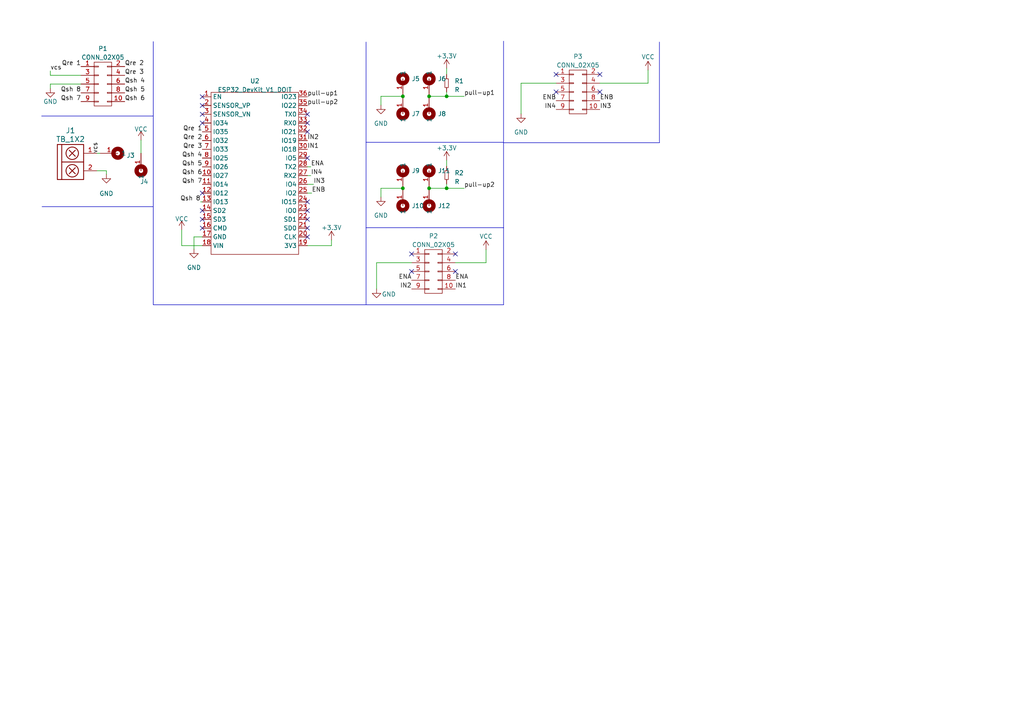
<source format=kicad_sch>
(kicad_sch
	(version 20231120)
	(generator "eeschema")
	(generator_version "8.0")
	(uuid "08fbea03-9c0e-430d-8def-def9c77dc2d5")
	(paper "A4")
	(lib_symbols
		(symbol "EEST5:CONN_02X05"
			(pin_names
				(offset 0.0254) hide)
			(exclude_from_sim no)
			(in_bom yes)
			(on_board yes)
			(property "Reference" "P"
				(at 0 7.62 0)
				(effects
					(font
						(size 1.27 1.27)
					)
				)
			)
			(property "Value" "CONN_02X05"
				(at 0 -7.62 0)
				(effects
					(font
						(size 1.27 1.27)
					)
				)
			)
			(property "Footprint" ""
				(at 0 -30.48 0)
				(effects
					(font
						(size 1.27 1.27)
					)
				)
			)
			(property "Datasheet" ""
				(at 0 -30.48 0)
				(effects
					(font
						(size 1.27 1.27)
					)
				)
			)
			(property "Description" "Connector, double row, 02x05"
				(at 0 0 0)
				(effects
					(font
						(size 1.27 1.27)
					)
					(hide yes)
				)
			)
			(property "ki_keywords" "connector"
				(at 0 0 0)
				(effects
					(font
						(size 1.27 1.27)
					)
					(hide yes)
				)
			)
			(property "ki_fp_filters" "Pin_Header_Straight_2X05 Pin_Header_Angled_2X05 Socket_Strip_Straight_2X05 Socket_Strip_Angled_2X05 Header*"
				(at 0 0 0)
				(effects
					(font
						(size 1.27 1.27)
					)
					(hide yes)
				)
			)
			(symbol "CONN_02X05_0_1"
				(rectangle
					(start -2.54 -4.953)
					(end -1.27 -5.207)
					(stroke
						(width 0)
						(type solid)
					)
					(fill
						(type none)
					)
				)
				(rectangle
					(start -2.54 -2.413)
					(end -1.27 -2.667)
					(stroke
						(width 0)
						(type solid)
					)
					(fill
						(type none)
					)
				)
				(rectangle
					(start -2.54 0.127)
					(end -1.27 -0.127)
					(stroke
						(width 0)
						(type solid)
					)
					(fill
						(type none)
					)
				)
				(rectangle
					(start -2.54 2.667)
					(end -1.27 2.413)
					(stroke
						(width 0)
						(type solid)
					)
					(fill
						(type none)
					)
				)
				(rectangle
					(start -2.54 5.207)
					(end -1.27 4.953)
					(stroke
						(width 0)
						(type solid)
					)
					(fill
						(type none)
					)
				)
				(rectangle
					(start -2.54 6.35)
					(end 2.54 -6.35)
					(stroke
						(width 0)
						(type solid)
					)
					(fill
						(type none)
					)
				)
				(rectangle
					(start 1.27 -4.953)
					(end 2.54 -5.207)
					(stroke
						(width 0)
						(type solid)
					)
					(fill
						(type none)
					)
				)
				(rectangle
					(start 1.27 -2.413)
					(end 2.54 -2.667)
					(stroke
						(width 0)
						(type solid)
					)
					(fill
						(type none)
					)
				)
				(rectangle
					(start 1.27 0.127)
					(end 2.54 -0.127)
					(stroke
						(width 0)
						(type solid)
					)
					(fill
						(type none)
					)
				)
				(rectangle
					(start 1.27 2.667)
					(end 2.54 2.413)
					(stroke
						(width 0)
						(type solid)
					)
					(fill
						(type none)
					)
				)
				(rectangle
					(start 1.27 5.207)
					(end 2.54 4.953)
					(stroke
						(width 0)
						(type solid)
					)
					(fill
						(type none)
					)
				)
			)
			(symbol "CONN_02X05_1_1"
				(pin passive line
					(at -6.35 5.08 0)
					(length 3.81)
					(name "P1"
						(effects
							(font
								(size 1.27 1.27)
							)
						)
					)
					(number "1"
						(effects
							(font
								(size 1.27 1.27)
							)
						)
					)
				)
				(pin passive line
					(at 6.35 -5.08 180)
					(length 3.81)
					(name "P10"
						(effects
							(font
								(size 1.27 1.27)
							)
						)
					)
					(number "10"
						(effects
							(font
								(size 1.27 1.27)
							)
						)
					)
				)
				(pin passive line
					(at 6.35 5.08 180)
					(length 3.81)
					(name "P2"
						(effects
							(font
								(size 1.27 1.27)
							)
						)
					)
					(number "2"
						(effects
							(font
								(size 1.27 1.27)
							)
						)
					)
				)
				(pin passive line
					(at -6.35 2.54 0)
					(length 3.81)
					(name "P3"
						(effects
							(font
								(size 1.27 1.27)
							)
						)
					)
					(number "3"
						(effects
							(font
								(size 1.27 1.27)
							)
						)
					)
				)
				(pin passive line
					(at 6.35 2.54 180)
					(length 3.81)
					(name "P4"
						(effects
							(font
								(size 1.27 1.27)
							)
						)
					)
					(number "4"
						(effects
							(font
								(size 1.27 1.27)
							)
						)
					)
				)
				(pin passive line
					(at -6.35 0 0)
					(length 3.81)
					(name "P5"
						(effects
							(font
								(size 1.27 1.27)
							)
						)
					)
					(number "5"
						(effects
							(font
								(size 1.27 1.27)
							)
						)
					)
				)
				(pin passive line
					(at 6.35 0 180)
					(length 3.81)
					(name "P6"
						(effects
							(font
								(size 1.27 1.27)
							)
						)
					)
					(number "6"
						(effects
							(font
								(size 1.27 1.27)
							)
						)
					)
				)
				(pin passive line
					(at -6.35 -2.54 0)
					(length 3.81)
					(name "P7"
						(effects
							(font
								(size 1.27 1.27)
							)
						)
					)
					(number "7"
						(effects
							(font
								(size 1.27 1.27)
							)
						)
					)
				)
				(pin passive line
					(at 6.35 -2.54 180)
					(length 3.81)
					(name "P8"
						(effects
							(font
								(size 1.27 1.27)
							)
						)
					)
					(number "8"
						(effects
							(font
								(size 1.27 1.27)
							)
						)
					)
				)
				(pin passive line
					(at -6.35 -5.08 0)
					(length 3.81)
					(name "P9"
						(effects
							(font
								(size 1.27 1.27)
							)
						)
					)
					(number "9"
						(effects
							(font
								(size 1.27 1.27)
							)
						)
					)
				)
			)
		)
		(symbol "EEST5:Cable_PAD"
			(pin_names
				(offset 1.016)
			)
			(exclude_from_sim no)
			(in_bom yes)
			(on_board yes)
			(property "Reference" "J"
				(at 0 5.08 0)
				(effects
					(font
						(size 1.27 1.27)
					)
				)
			)
			(property "Value" "Cable_PAD"
				(at 0 3.175 0)
				(effects
					(font
						(size 1.27 1.27)
					)
					(hide yes)
				)
			)
			(property "Footprint" ""
				(at 0 0 0)
				(effects
					(font
						(size 1.524 1.524)
					)
					(hide yes)
				)
			)
			(property "Datasheet" ""
				(at 0 0 0)
				(effects
					(font
						(size 1.524 1.524)
					)
					(hide yes)
				)
			)
			(property "Description" "Solder Pad for cable connection"
				(at 0 0 0)
				(effects
					(font
						(size 1.27 1.27)
					)
					(hide yes)
				)
			)
			(property "ki_keywords" "Cable"
				(at 0 0 0)
				(effects
					(font
						(size 1.27 1.27)
					)
					(hide yes)
				)
			)
			(property "ki_fp_filters" "Cable*"
				(at 0 0 0)
				(effects
					(font
						(size 1.27 1.27)
					)
					(hide yes)
				)
			)
			(symbol "Cable_PAD_0_1"
				(circle
					(center 0 0)
					(radius 1.27)
					(stroke
						(width 1.27)
						(type solid)
					)
					(fill
						(type none)
					)
				)
			)
			(symbol "Cable_PAD_1_1"
				(pin input line
					(at -5.08 0 0)
					(length 5.08)
					(name "1"
						(effects
							(font
								(size 1.27 1.27)
							)
						)
					)
					(number "1"
						(effects
							(font
								(size 1.27 1.27)
							)
						)
					)
				)
			)
		)
		(symbol "EEST5:ESP32_DevKit_V1_DOIT"
			(exclude_from_sim no)
			(in_bom yes)
			(on_board yes)
			(property "Reference" "U"
				(at -11.43 34.29 0)
				(effects
					(font
						(size 1.27 1.27)
					)
				)
			)
			(property "Value" "ESP32_DevKit_V1_DOIT"
				(at 11.43 34.29 0)
				(effects
					(font
						(size 1.27 1.27)
					)
				)
			)
			(property "Footprint" "ESP32_DevKit_V1_DOIT:esp32_devkit_v1_doit"
				(at -11.43 34.29 0)
				(effects
					(font
						(size 1.27 1.27)
					)
					(hide yes)
				)
			)
			(property "Datasheet" ""
				(at -11.43 34.29 0)
				(effects
					(font
						(size 1.27 1.27)
					)
					(hide yes)
				)
			)
			(property "Description" ""
				(at 0 0 0)
				(effects
					(font
						(size 1.27 1.27)
					)
					(hide yes)
				)
			)
			(property "ki_fp_filters" "esp32?devkit?v1?doit*"
				(at 0 0 0)
				(effects
					(font
						(size 1.27 1.27)
					)
					(hide yes)
				)
			)
			(symbol "ESP32_DevKit_V1_DOIT_0_0"
				(pin bidirectional line
					(at 15.24 25.4 180)
					(length 2.54)
					(name "TX0"
						(effects
							(font
								(size 1.27 1.27)
							)
						)
					)
					(number "34"
						(effects
							(font
								(size 1.27 1.27)
							)
						)
					)
				)
				(pin bidirectional line
					(at 15.24 27.94 180)
					(length 2.54)
					(name "IO22"
						(effects
							(font
								(size 1.27 1.27)
							)
						)
					)
					(number "35"
						(effects
							(font
								(size 1.27 1.27)
							)
						)
					)
				)
				(pin bidirectional line
					(at 15.24 30.48 180)
					(length 2.54)
					(name "IO23"
						(effects
							(font
								(size 1.27 1.27)
							)
						)
					)
					(number "36"
						(effects
							(font
								(size 1.27 1.27)
							)
						)
					)
				)
			)
			(symbol "ESP32_DevKit_V1_DOIT_0_1"
				(rectangle
					(start -12.7 31.75)
					(end 12.7 -15.24)
					(stroke
						(width 0)
						(type solid)
					)
					(fill
						(type none)
					)
				)
			)
			(symbol "ESP32_DevKit_V1_DOIT_1_1"
				(pin input line
					(at -15.24 30.48 0)
					(length 2.54)
					(name "EN"
						(effects
							(font
								(size 1.27 1.27)
							)
						)
					)
					(number "1"
						(effects
							(font
								(size 1.27 1.27)
							)
						)
					)
				)
				(pin bidirectional line
					(at -15.24 7.62 0)
					(length 2.54)
					(name "IO27"
						(effects
							(font
								(size 1.27 1.27)
							)
						)
					)
					(number "10"
						(effects
							(font
								(size 1.27 1.27)
							)
						)
					)
				)
				(pin bidirectional line
					(at -15.24 5.08 0)
					(length 2.54)
					(name "IO14"
						(effects
							(font
								(size 1.27 1.27)
							)
						)
					)
					(number "11"
						(effects
							(font
								(size 1.27 1.27)
							)
						)
					)
				)
				(pin bidirectional line
					(at -15.24 2.54 0)
					(length 2.54)
					(name "IO12"
						(effects
							(font
								(size 1.27 1.27)
							)
						)
					)
					(number "12"
						(effects
							(font
								(size 1.27 1.27)
							)
						)
					)
				)
				(pin bidirectional line
					(at -15.24 0 0)
					(length 2.54)
					(name "IO13"
						(effects
							(font
								(size 1.27 1.27)
							)
						)
					)
					(number "13"
						(effects
							(font
								(size 1.27 1.27)
							)
						)
					)
				)
				(pin bidirectional line
					(at -15.24 -2.54 0)
					(length 2.54)
					(name "SD2"
						(effects
							(font
								(size 1.27 1.27)
							)
						)
					)
					(number "14"
						(effects
							(font
								(size 1.27 1.27)
							)
						)
					)
				)
				(pin bidirectional line
					(at -15.24 -5.08 0)
					(length 2.54)
					(name "SD3"
						(effects
							(font
								(size 1.27 1.27)
							)
						)
					)
					(number "15"
						(effects
							(font
								(size 1.27 1.27)
							)
						)
					)
				)
				(pin bidirectional line
					(at -15.24 -7.62 0)
					(length 2.54)
					(name "CMD"
						(effects
							(font
								(size 1.27 1.27)
							)
						)
					)
					(number "16"
						(effects
							(font
								(size 1.27 1.27)
							)
						)
					)
				)
				(pin power_in line
					(at -15.24 -10.16 0)
					(length 2.54)
					(name "GND"
						(effects
							(font
								(size 1.27 1.27)
							)
						)
					)
					(number "17"
						(effects
							(font
								(size 1.27 1.27)
							)
						)
					)
				)
				(pin power_in line
					(at -15.24 -12.7 0)
					(length 2.54)
					(name "VIN"
						(effects
							(font
								(size 1.27 1.27)
							)
						)
					)
					(number "18"
						(effects
							(font
								(size 1.27 1.27)
							)
						)
					)
				)
				(pin power_in line
					(at 15.24 -12.7 180)
					(length 2.54)
					(name "3V3"
						(effects
							(font
								(size 1.27 1.27)
							)
						)
					)
					(number "19"
						(effects
							(font
								(size 1.27 1.27)
							)
						)
					)
				)
				(pin input line
					(at -15.24 27.94 0)
					(length 2.54)
					(name "SENSOR_VP"
						(effects
							(font
								(size 1.27 1.27)
							)
						)
					)
					(number "2"
						(effects
							(font
								(size 1.27 1.27)
							)
						)
					)
				)
				(pin bidirectional line
					(at 15.24 -10.16 180)
					(length 2.54)
					(name "CLK"
						(effects
							(font
								(size 1.27 1.27)
							)
						)
					)
					(number "20"
						(effects
							(font
								(size 1.27 1.27)
							)
						)
					)
				)
				(pin bidirectional line
					(at 15.24 -7.62 180)
					(length 2.54)
					(name "SD0"
						(effects
							(font
								(size 1.27 1.27)
							)
						)
					)
					(number "21"
						(effects
							(font
								(size 1.27 1.27)
							)
						)
					)
				)
				(pin bidirectional line
					(at 15.24 -5.08 180)
					(length 2.54)
					(name "SD1"
						(effects
							(font
								(size 1.27 1.27)
							)
						)
					)
					(number "22"
						(effects
							(font
								(size 1.27 1.27)
							)
						)
					)
				)
				(pin bidirectional line
					(at 15.24 -2.54 180)
					(length 2.54)
					(name "IO0"
						(effects
							(font
								(size 1.27 1.27)
							)
						)
					)
					(number "23"
						(effects
							(font
								(size 1.27 1.27)
							)
						)
					)
				)
				(pin bidirectional line
					(at 15.24 0 180)
					(length 2.54)
					(name "IO15"
						(effects
							(font
								(size 1.27 1.27)
							)
						)
					)
					(number "24"
						(effects
							(font
								(size 1.27 1.27)
							)
						)
					)
				)
				(pin bidirectional line
					(at 15.24 2.54 180)
					(length 2.54)
					(name "IO2"
						(effects
							(font
								(size 1.27 1.27)
							)
						)
					)
					(number "25"
						(effects
							(font
								(size 1.27 1.27)
							)
						)
					)
				)
				(pin bidirectional line
					(at 15.24 5.08 180)
					(length 2.54)
					(name "IO4"
						(effects
							(font
								(size 1.27 1.27)
							)
						)
					)
					(number "26"
						(effects
							(font
								(size 1.27 1.27)
							)
						)
					)
				)
				(pin bidirectional line
					(at 15.24 7.62 180)
					(length 2.54)
					(name "RX2"
						(effects
							(font
								(size 1.27 1.27)
							)
						)
					)
					(number "27"
						(effects
							(font
								(size 1.27 1.27)
							)
						)
					)
				)
				(pin bidirectional line
					(at 15.24 10.16 180)
					(length 2.54)
					(name "TX2"
						(effects
							(font
								(size 1.27 1.27)
							)
						)
					)
					(number "28"
						(effects
							(font
								(size 1.27 1.27)
							)
						)
					)
				)
				(pin bidirectional line
					(at 15.24 12.7 180)
					(length 2.54)
					(name "IO5"
						(effects
							(font
								(size 1.27 1.27)
							)
						)
					)
					(number "29"
						(effects
							(font
								(size 1.27 1.27)
							)
						)
					)
				)
				(pin input line
					(at -15.24 25.4 0)
					(length 2.54)
					(name "SENSOR_VN"
						(effects
							(font
								(size 1.27 1.27)
							)
						)
					)
					(number "3"
						(effects
							(font
								(size 1.27 1.27)
							)
						)
					)
				)
				(pin bidirectional line
					(at 15.24 15.24 180)
					(length 2.54)
					(name "IO18"
						(effects
							(font
								(size 1.27 1.27)
							)
						)
					)
					(number "30"
						(effects
							(font
								(size 1.27 1.27)
							)
						)
					)
				)
				(pin bidirectional line
					(at 15.24 17.78 180)
					(length 2.54)
					(name "IO19"
						(effects
							(font
								(size 1.27 1.27)
							)
						)
					)
					(number "31"
						(effects
							(font
								(size 1.27 1.27)
							)
						)
					)
				)
				(pin bidirectional line
					(at 15.24 20.32 180)
					(length 2.54)
					(name "IO21"
						(effects
							(font
								(size 1.27 1.27)
							)
						)
					)
					(number "32"
						(effects
							(font
								(size 1.27 1.27)
							)
						)
					)
				)
				(pin bidirectional line
					(at 15.24 22.86 180)
					(length 2.54)
					(name "RX0"
						(effects
							(font
								(size 1.27 1.27)
							)
						)
					)
					(number "33"
						(effects
							(font
								(size 1.27 1.27)
							)
						)
					)
				)
				(pin input line
					(at -15.24 22.86 0)
					(length 2.54)
					(name "IO34"
						(effects
							(font
								(size 1.27 1.27)
							)
						)
					)
					(number "4"
						(effects
							(font
								(size 1.27 1.27)
							)
						)
					)
				)
				(pin input line
					(at -15.24 20.32 0)
					(length 2.54)
					(name "IO35"
						(effects
							(font
								(size 1.27 1.27)
							)
						)
					)
					(number "5"
						(effects
							(font
								(size 1.27 1.27)
							)
						)
					)
				)
				(pin bidirectional line
					(at -15.24 17.78 0)
					(length 2.54)
					(name "IO32"
						(effects
							(font
								(size 1.27 1.27)
							)
						)
					)
					(number "6"
						(effects
							(font
								(size 1.27 1.27)
							)
						)
					)
				)
				(pin bidirectional line
					(at -15.24 15.24 0)
					(length 2.54)
					(name "IO33"
						(effects
							(font
								(size 1.27 1.27)
							)
						)
					)
					(number "7"
						(effects
							(font
								(size 1.27 1.27)
							)
						)
					)
				)
				(pin bidirectional line
					(at -15.24 12.7 0)
					(length 2.54)
					(name "IO25"
						(effects
							(font
								(size 1.27 1.27)
							)
						)
					)
					(number "8"
						(effects
							(font
								(size 1.27 1.27)
							)
						)
					)
				)
				(pin bidirectional line
					(at -15.24 10.16 0)
					(length 2.54)
					(name "IO26"
						(effects
							(font
								(size 1.27 1.27)
							)
						)
					)
					(number "9"
						(effects
							(font
								(size 1.27 1.27)
							)
						)
					)
				)
			)
		)
		(symbol "EEST5:R"
			(pin_numbers hide)
			(pin_names
				(offset 0)
			)
			(exclude_from_sim no)
			(in_bom yes)
			(on_board yes)
			(property "Reference" "R"
				(at -1.27 0 90)
				(effects
					(font
						(size 1.27 1.27)
					)
				)
			)
			(property "Value" "R"
				(at 1.27 0 90)
				(effects
					(font
						(size 1.27 1.27)
					)
				)
			)
			(property "Footprint" ""
				(at 0 0 0)
				(effects
					(font
						(size 1.524 1.524)
					)
				)
			)
			(property "Datasheet" ""
				(at 0 0 0)
				(effects
					(font
						(size 1.524 1.524)
					)
				)
			)
			(property "Description" "Resistor"
				(at 0 0 0)
				(effects
					(font
						(size 1.27 1.27)
					)
					(hide yes)
				)
			)
			(property "ki_fp_filters" "RES* R_*"
				(at 0 0 0)
				(effects
					(font
						(size 1.27 1.27)
					)
					(hide yes)
				)
			)
			(symbol "R_0_1"
				(rectangle
					(start 0.508 1.27)
					(end -0.508 -1.27)
					(stroke
						(width 0)
						(type solid)
					)
					(fill
						(type none)
					)
				)
			)
			(symbol "R_1_1"
				(pin passive line
					(at 0 2.54 270)
					(length 1.27)
					(name "~"
						(effects
							(font
								(size 1.524 1.524)
							)
						)
					)
					(number "1"
						(effects
							(font
								(size 1.524 1.524)
							)
						)
					)
				)
				(pin passive line
					(at 0 -2.54 90)
					(length 1.27)
					(name "~"
						(effects
							(font
								(size 1.524 1.524)
							)
						)
					)
					(number "2"
						(effects
							(font
								(size 1.524 1.524)
							)
						)
					)
				)
			)
		)
		(symbol "EEST5:TB_1X2"
			(pin_names
				(offset 1.016)
			)
			(exclude_from_sim no)
			(in_bom yes)
			(on_board yes)
			(property "Reference" "J"
				(at 0 7.62 0)
				(effects
					(font
						(size 1.524 1.524)
					)
				)
			)
			(property "Value" "TB_1X2"
				(at 1.27 -7.62 0)
				(effects
					(font
						(size 1.524 1.524)
					)
				)
			)
			(property "Footprint" ""
				(at -1.27 1.27 0)
				(effects
					(font
						(size 1.524 1.524)
					)
				)
			)
			(property "Datasheet" ""
				(at -1.27 1.27 0)
				(effects
					(font
						(size 1.524 1.524)
					)
				)
			)
			(property "Description" ""
				(at 0 0 0)
				(effects
					(font
						(size 1.27 1.27)
					)
					(hide yes)
				)
			)
			(property "ki_fp_filters" "BORNERA* TB*"
				(at 0 0 0)
				(effects
					(font
						(size 1.27 1.27)
					)
					(hide yes)
				)
			)
			(symbol "TB_1X2_0_1"
				(rectangle
					(start -2.54 5.08)
					(end 5.08 -5.08)
					(stroke
						(width 0.254)
						(type solid)
					)
					(fill
						(type none)
					)
				)
				(polyline
					(pts
						(xy -1.27 0) (xy 5.08 0)
					)
					(stroke
						(width 0.254)
						(type solid)
					)
					(fill
						(type none)
					)
				)
				(polyline
					(pts
						(xy -1.27 5.08) (xy -1.27 -5.08)
					)
					(stroke
						(width 0.254)
						(type solid)
					)
					(fill
						(type none)
					)
				)
				(polyline
					(pts
						(xy 0.889 -3.429) (xy 2.667 -1.651)
					)
					(stroke
						(width 0.254)
						(type solid)
					)
					(fill
						(type none)
					)
				)
				(polyline
					(pts
						(xy 0.889 -1.651) (xy 2.667 -3.429)
					)
					(stroke
						(width 0.254)
						(type solid)
					)
					(fill
						(type none)
					)
				)
				(polyline
					(pts
						(xy 0.889 1.651) (xy 2.667 3.429)
					)
					(stroke
						(width 0.254)
						(type solid)
					)
					(fill
						(type none)
					)
				)
				(polyline
					(pts
						(xy 0.889 3.429) (xy 2.667 1.651)
					)
					(stroke
						(width 0.254)
						(type solid)
					)
					(fill
						(type none)
					)
				)
				(circle
					(center 1.778 -2.54)
					(radius 1.8034)
					(stroke
						(width 0.254)
						(type solid)
					)
					(fill
						(type none)
					)
				)
				(circle
					(center 1.778 2.54)
					(radius 1.8034)
					(stroke
						(width 0.254)
						(type solid)
					)
					(fill
						(type none)
					)
				)
			)
			(symbol "TB_1X2_1_1"
				(pin input line
					(at 8.89 2.54 180)
					(length 3.81)
					(name "~"
						(effects
							(font
								(size 1.27 1.27)
							)
						)
					)
					(number "1"
						(effects
							(font
								(size 1.27 1.27)
							)
						)
					)
				)
				(pin input line
					(at 8.89 -2.54 180)
					(length 3.81)
					(name "~"
						(effects
							(font
								(size 1.27 1.27)
							)
						)
					)
					(number "2"
						(effects
							(font
								(size 1.27 1.27)
							)
						)
					)
				)
			)
		)
		(symbol "power:+3.3V"
			(power)
			(pin_names
				(offset 0)
			)
			(exclude_from_sim no)
			(in_bom yes)
			(on_board yes)
			(property "Reference" "#PWR"
				(at 0 -3.81 0)
				(effects
					(font
						(size 1.27 1.27)
					)
					(hide yes)
				)
			)
			(property "Value" "+3.3V"
				(at 0 3.556 0)
				(effects
					(font
						(size 1.27 1.27)
					)
				)
			)
			(property "Footprint" ""
				(at 0 0 0)
				(effects
					(font
						(size 1.27 1.27)
					)
					(hide yes)
				)
			)
			(property "Datasheet" ""
				(at 0 0 0)
				(effects
					(font
						(size 1.27 1.27)
					)
					(hide yes)
				)
			)
			(property "Description" "Power symbol creates a global label with name \"+3.3V\""
				(at 0 0 0)
				(effects
					(font
						(size 1.27 1.27)
					)
					(hide yes)
				)
			)
			(property "ki_keywords" "global power"
				(at 0 0 0)
				(effects
					(font
						(size 1.27 1.27)
					)
					(hide yes)
				)
			)
			(symbol "+3.3V_0_1"
				(polyline
					(pts
						(xy -0.762 1.27) (xy 0 2.54)
					)
					(stroke
						(width 0)
						(type default)
					)
					(fill
						(type none)
					)
				)
				(polyline
					(pts
						(xy 0 0) (xy 0 2.54)
					)
					(stroke
						(width 0)
						(type default)
					)
					(fill
						(type none)
					)
				)
				(polyline
					(pts
						(xy 0 2.54) (xy 0.762 1.27)
					)
					(stroke
						(width 0)
						(type default)
					)
					(fill
						(type none)
					)
				)
			)
			(symbol "+3.3V_1_1"
				(pin power_in line
					(at 0 0 90)
					(length 0) hide
					(name "+3.3V"
						(effects
							(font
								(size 1.27 1.27)
							)
						)
					)
					(number "1"
						(effects
							(font
								(size 1.27 1.27)
							)
						)
					)
				)
			)
		)
		(symbol "power:GND"
			(power)
			(pin_names
				(offset 0)
			)
			(exclude_from_sim no)
			(in_bom yes)
			(on_board yes)
			(property "Reference" "#PWR"
				(at 0 -6.35 0)
				(effects
					(font
						(size 1.27 1.27)
					)
					(hide yes)
				)
			)
			(property "Value" "GND"
				(at 0 -3.81 0)
				(effects
					(font
						(size 1.27 1.27)
					)
				)
			)
			(property "Footprint" ""
				(at 0 0 0)
				(effects
					(font
						(size 1.27 1.27)
					)
					(hide yes)
				)
			)
			(property "Datasheet" ""
				(at 0 0 0)
				(effects
					(font
						(size 1.27 1.27)
					)
					(hide yes)
				)
			)
			(property "Description" "Power symbol creates a global label with name \"GND\" , ground"
				(at 0 0 0)
				(effects
					(font
						(size 1.27 1.27)
					)
					(hide yes)
				)
			)
			(property "ki_keywords" "global power"
				(at 0 0 0)
				(effects
					(font
						(size 1.27 1.27)
					)
					(hide yes)
				)
			)
			(symbol "GND_0_1"
				(polyline
					(pts
						(xy 0 0) (xy 0 -1.27) (xy 1.27 -1.27) (xy 0 -2.54) (xy -1.27 -1.27) (xy 0 -1.27)
					)
					(stroke
						(width 0)
						(type default)
					)
					(fill
						(type none)
					)
				)
			)
			(symbol "GND_1_1"
				(pin power_in line
					(at 0 0 270)
					(length 0) hide
					(name "GND"
						(effects
							(font
								(size 1.27 1.27)
							)
						)
					)
					(number "1"
						(effects
							(font
								(size 1.27 1.27)
							)
						)
					)
				)
			)
		)
		(symbol "power:VCC"
			(power)
			(pin_names
				(offset 0)
			)
			(exclude_from_sim no)
			(in_bom yes)
			(on_board yes)
			(property "Reference" "#PWR"
				(at 0 -3.81 0)
				(effects
					(font
						(size 1.27 1.27)
					)
					(hide yes)
				)
			)
			(property "Value" "VCC"
				(at 0 3.81 0)
				(effects
					(font
						(size 1.27 1.27)
					)
				)
			)
			(property "Footprint" ""
				(at 0 0 0)
				(effects
					(font
						(size 1.27 1.27)
					)
					(hide yes)
				)
			)
			(property "Datasheet" ""
				(at 0 0 0)
				(effects
					(font
						(size 1.27 1.27)
					)
					(hide yes)
				)
			)
			(property "Description" "Power symbol creates a global label with name \"VCC\""
				(at 0 0 0)
				(effects
					(font
						(size 1.27 1.27)
					)
					(hide yes)
				)
			)
			(property "ki_keywords" "global power"
				(at 0 0 0)
				(effects
					(font
						(size 1.27 1.27)
					)
					(hide yes)
				)
			)
			(symbol "VCC_0_1"
				(polyline
					(pts
						(xy -0.762 1.27) (xy 0 2.54)
					)
					(stroke
						(width 0)
						(type default)
					)
					(fill
						(type none)
					)
				)
				(polyline
					(pts
						(xy 0 0) (xy 0 2.54)
					)
					(stroke
						(width 0)
						(type default)
					)
					(fill
						(type none)
					)
				)
				(polyline
					(pts
						(xy 0 2.54) (xy 0.762 1.27)
					)
					(stroke
						(width 0)
						(type default)
					)
					(fill
						(type none)
					)
				)
			)
			(symbol "VCC_1_1"
				(pin power_in line
					(at 0 0 90)
					(length 0) hide
					(name "VCC"
						(effects
							(font
								(size 1.27 1.27)
							)
						)
					)
					(number "1"
						(effects
							(font
								(size 1.27 1.27)
							)
						)
					)
				)
			)
		)
	)
	(junction
		(at 124.46 27.94)
		(diameter 0)
		(color 0 0 0 0)
		(uuid "169d6248-2756-4be9-b9f3-465ecf53889a")
	)
	(junction
		(at 116.84 54.61)
		(diameter 0)
		(color 0 0 0 0)
		(uuid "5f8b7584-2f34-4f44-92b9-9f8c286e7d7b")
	)
	(junction
		(at 129.54 27.94)
		(diameter 0)
		(color 0 0 0 0)
		(uuid "8ec82293-ea77-48a7-a19b-8f576e83e294")
	)
	(junction
		(at 116.84 27.94)
		(diameter 0)
		(color 0 0 0 0)
		(uuid "abdb5917-c61e-4298-bd25-5c83e8bb4b82")
	)
	(junction
		(at 129.54 54.61)
		(diameter 0)
		(color 0 0 0 0)
		(uuid "bf804c2f-f9c5-4506-948b-81b718d60d36")
	)
	(junction
		(at 124.46 54.61)
		(diameter 0)
		(color 0 0 0 0)
		(uuid "f5368ad8-8b01-42da-b04e-c87177e564b1")
	)
	(no_connect
		(at 173.99 26.67)
		(uuid "11ad191e-7176-4015-aa70-caf69f9caae1")
	)
	(no_connect
		(at 173.99 21.59)
		(uuid "179876a0-1f89-4d1c-b4a3-b1f90172f1bd")
	)
	(no_connect
		(at 89.154 63.627)
		(uuid "1cc60c6b-1eef-40e3-9f79-49002b6e4d17")
	)
	(no_connect
		(at 132.08 78.74)
		(uuid "2d23a968-f09b-4752-b11e-a008b7c746c1")
	)
	(no_connect
		(at 58.674 35.687)
		(uuid "2f0eee89-20f8-4b73-98ff-6b80b57316b5")
	)
	(no_connect
		(at 119.38 78.74)
		(uuid "476d41b6-cf75-4787-ad93-1dfc1b996d4e")
	)
	(no_connect
		(at 58.674 56.007)
		(uuid "47cc6146-311d-45d7-961c-a06c08d3a390")
	)
	(no_connect
		(at 58.674 33.147)
		(uuid "63953b32-f220-4132-bc5a-a41ea2deaf8d")
	)
	(no_connect
		(at 161.29 21.59)
		(uuid "6d3dcf77-d099-4724-912a-c08074b65034")
	)
	(no_connect
		(at 132.08 73.66)
		(uuid "6ed50f09-40f5-4092-ad23-a5ef07e5e8f7")
	)
	(no_connect
		(at 58.674 30.607)
		(uuid "8053c06f-692f-4fa4-9fc0-572f4a07ddff")
	)
	(no_connect
		(at 58.674 61.087)
		(uuid "87840c85-9399-49a8-8b7b-587f866d455f")
	)
	(no_connect
		(at 89.154 38.227)
		(uuid "8f80507c-0449-44df-bdca-d42122efddaa")
	)
	(no_connect
		(at 89.154 68.707)
		(uuid "9746fca8-440e-48ab-bed3-8156dcbd0115")
	)
	(no_connect
		(at 89.154 58.547)
		(uuid "98b6c2b3-6564-49f9-8dce-eda656003290")
	)
	(no_connect
		(at 119.38 73.66)
		(uuid "9c4f7d82-e99a-4ace-9b18-19488eac7872")
	)
	(no_connect
		(at 89.154 35.687)
		(uuid "a85cae39-f8df-451e-ac84-81ea94dd5b48")
	)
	(no_connect
		(at 89.154 45.847)
		(uuid "bb812532-5012-4563-82b7-8f1fb2642853")
	)
	(no_connect
		(at 89.154 66.167)
		(uuid "bbac2a7b-a7f7-43aa-915a-7302a015703c")
	)
	(no_connect
		(at 161.29 26.67)
		(uuid "c4d49e42-c7ed-498b-9b26-f1c855a94f41")
	)
	(no_connect
		(at 58.674 28.067)
		(uuid "ccd62be8-bc02-4344-b1fd-3380edc661e4")
	)
	(no_connect
		(at 58.674 66.167)
		(uuid "d15e9d48-491c-4128-8b18-d942edf71115")
	)
	(no_connect
		(at 89.154 61.087)
		(uuid "f2179640-906d-4002-8edc-8fa6c43a96e1")
	)
	(no_connect
		(at 58.674 63.627)
		(uuid "f21f5317-4573-4e5c-812d-4cfc9ebd844d")
	)
	(no_connect
		(at 89.154 33.147)
		(uuid "fa5ca08c-0deb-4e6f-8553-40038cc08009")
	)
	(wire
		(pts
			(xy 129.54 19.812) (xy 129.54 21.59)
		)
		(stroke
			(width 0)
			(type default)
		)
		(uuid "01318358-0de6-45f5-86f5-4f8f64c274d7")
	)
	(wire
		(pts
			(xy 132.08 76.2) (xy 140.97 76.2)
		)
		(stroke
			(width 0)
			(type default)
		)
		(uuid "01a7f0c7-c2e6-4547-89c0-ca5e0e8fccda")
	)
	(polyline
		(pts
			(xy 191.262 12.192) (xy 191.262 41.402)
		)
		(stroke
			(width 0)
			(type default)
		)
		(uuid "0291df0e-e639-44cc-958e-62e05448c3d9")
	)
	(wire
		(pts
			(xy 124.46 54.61) (xy 129.54 54.61)
		)
		(stroke
			(width 0)
			(type default)
		)
		(uuid "07acb6bd-9f8a-4530-be59-a58f0aec63b6")
	)
	(polyline
		(pts
			(xy 44.45 88.392) (xy 44.45 33.274)
		)
		(stroke
			(width 0)
			(type default)
		)
		(uuid "14223098-62e2-4738-98b9-6709b1a5f857")
	)
	(wire
		(pts
			(xy 187.96 20.32) (xy 187.96 24.13)
		)
		(stroke
			(width 0)
			(type default)
		)
		(uuid "14e008c3-508a-4f7d-9daf-6568220a68ba")
	)
	(wire
		(pts
			(xy 110.49 27.94) (xy 110.49 30.48)
		)
		(stroke
			(width 0)
			(type default)
		)
		(uuid "1841c4f0-11f7-481d-9fd3-06b62c11757e")
	)
	(wire
		(pts
			(xy 151.13 24.13) (xy 151.13 33.02)
		)
		(stroke
			(width 0)
			(type default)
		)
		(uuid "33e0da64-cce7-46df-8acd-03e8f0296af1")
	)
	(wire
		(pts
			(xy 30.861 49.53) (xy 30.861 50.546)
		)
		(stroke
			(width 0)
			(type default)
		)
		(uuid "34e40e6b-bb39-4aef-b958-4c5f5437c749")
	)
	(polyline
		(pts
			(xy 146.05 11.938) (xy 146.05 41.402)
		)
		(stroke
			(width 0)
			(type default)
		)
		(uuid "35711e58-3fcd-4380-affe-c7bf30daea4d")
	)
	(wire
		(pts
			(xy 56.261 68.707) (xy 56.261 72.263)
		)
		(stroke
			(width 0)
			(type default)
		)
		(uuid "375cc58f-e8ea-4ab6-9af1-6f4271ab9647")
	)
	(wire
		(pts
			(xy 140.97 76.2) (xy 140.97 72.39)
		)
		(stroke
			(width 0)
			(type default)
		)
		(uuid "3c50163b-a660-4264-a225-e11f99bde846")
	)
	(polyline
		(pts
			(xy 106.172 88.392) (xy 146.05 88.392)
		)
		(stroke
			(width 0)
			(type default)
		)
		(uuid "3cf3983e-c59c-43ed-8386-906e45915567")
	)
	(polyline
		(pts
			(xy 44.45 88.392) (xy 106.172 88.392)
		)
		(stroke
			(width 0)
			(type default)
		)
		(uuid "3ea57ad8-68e2-4344-9307-439b7fdcffaa")
	)
	(wire
		(pts
			(xy 89.154 71.247) (xy 96.139 71.247)
		)
		(stroke
			(width 0)
			(type default)
		)
		(uuid "458d74c6-5d57-4f0f-b0d4-51467bf36999")
	)
	(wire
		(pts
			(xy 14.605 20.574) (xy 14.605 21.844)
		)
		(stroke
			(width 0)
			(type default)
		)
		(uuid "512786b7-0dcf-490b-929e-b68d485f24e8")
	)
	(polyline
		(pts
			(xy 44.45 12.065) (xy 44.45 33.655)
		)
		(stroke
			(width 0)
			(type default)
		)
		(uuid "5970ea8e-5794-4159-9706-782662baa531")
	)
	(wire
		(pts
			(xy 129.54 46.482) (xy 129.54 48.26)
		)
		(stroke
			(width 0)
			(type default)
		)
		(uuid "5a32d61e-ab6d-431e-ab3d-2df4189440b6")
	)
	(wire
		(pts
			(xy 14.605 24.384) (xy 23.495 24.384)
		)
		(stroke
			(width 0)
			(type default)
		)
		(uuid "5aa3833b-0d97-4895-b1b0-724141339986")
	)
	(wire
		(pts
			(xy 28.067 49.53) (xy 30.861 49.53)
		)
		(stroke
			(width 0)
			(type default)
		)
		(uuid "5ca1475f-cfa2-4d59-812e-d4b5711421f4")
	)
	(polyline
		(pts
			(xy 146.05 88.392) (xy 146.05 66.04)
		)
		(stroke
			(width 0)
			(type default)
		)
		(uuid "622c155e-4a6a-4502-86b7-3ad33b359b72")
	)
	(wire
		(pts
			(xy 110.49 27.94) (xy 116.84 27.94)
		)
		(stroke
			(width 0)
			(type default)
		)
		(uuid "678f3ff3-eeef-4ea1-be6a-a73e5a482657")
	)
	(wire
		(pts
			(xy 89.154 56.007) (xy 90.424 56.007)
		)
		(stroke
			(width 0)
			(type default)
		)
		(uuid "6a427fed-83b8-4373-84d1-ba9c11e9fe35")
	)
	(wire
		(pts
			(xy 89.154 50.927) (xy 90.17 50.927)
		)
		(stroke
			(width 0)
			(type default)
		)
		(uuid "6dfacb7f-5307-44e4-85f2-ce2fa8e3d0cc")
	)
	(wire
		(pts
			(xy 52.705 66.675) (xy 52.705 71.247)
		)
		(stroke
			(width 0)
			(type default)
		)
		(uuid "6fbfcf7f-6353-41ec-b892-7b197554f5a9")
	)
	(polyline
		(pts
			(xy 106.172 41.275) (xy 145.923 41.275)
		)
		(stroke
			(width 0)
			(type default)
		)
		(uuid "73f870dd-9fd6-4c40-a3d6-ed297b5d5e5f")
	)
	(wire
		(pts
			(xy 58.166 58.547) (xy 58.674 58.547)
		)
		(stroke
			(width 0)
			(type default)
		)
		(uuid "740b85d6-30af-4018-bb11-c0564ed39a68")
	)
	(wire
		(pts
			(xy 58.674 68.707) (xy 56.261 68.707)
		)
		(stroke
			(width 0)
			(type default)
		)
		(uuid "792147c8-9491-4399-9c90-508f7615261a")
	)
	(polyline
		(pts
			(xy 146.05 41.402) (xy 191.262 41.402)
		)
		(stroke
			(width 0)
			(type default)
		)
		(uuid "80afda47-1826-4fa3-ba7d-c05c748b27dc")
	)
	(wire
		(pts
			(xy 129.54 53.34) (xy 129.54 54.61)
		)
		(stroke
			(width 0)
			(type default)
		)
		(uuid "84d1d179-539a-4159-926e-312aa5e7dd90")
	)
	(wire
		(pts
			(xy 109.22 76.2) (xy 109.22 83.82)
		)
		(stroke
			(width 0)
			(type default)
		)
		(uuid "874ba128-02d0-4e42-9958-73e24c2ac667")
	)
	(wire
		(pts
			(xy 40.894 40.64) (xy 40.894 44.45)
		)
		(stroke
			(width 0)
			(type default)
		)
		(uuid "89c686f0-2b6a-4c83-9d7a-44ef6ebb12ba")
	)
	(wire
		(pts
			(xy 129.54 26.67) (xy 129.54 27.94)
		)
		(stroke
			(width 0)
			(type default)
		)
		(uuid "8dcce111-7765-4242-968f-8bc4fe9301d3")
	)
	(wire
		(pts
			(xy 96.139 69.596) (xy 96.139 71.247)
		)
		(stroke
			(width 0)
			(type default)
		)
		(uuid "90d4cf57-8b1a-4ab0-8dd4-6271c102a1e2")
	)
	(wire
		(pts
			(xy 173.99 24.13) (xy 187.96 24.13)
		)
		(stroke
			(width 0)
			(type default)
		)
		(uuid "90ea302e-ec31-4354-a075-ea9fe1566dc0")
	)
	(wire
		(pts
			(xy 119.38 76.2) (xy 109.22 76.2)
		)
		(stroke
			(width 0)
			(type default)
		)
		(uuid "96233268-86a2-4675-972c-536e7e2f043c")
	)
	(wire
		(pts
			(xy 110.49 54.61) (xy 110.49 57.15)
		)
		(stroke
			(width 0)
			(type default)
		)
		(uuid "9c5e4de3-2dde-4a52-826c-ce78c1926150")
	)
	(wire
		(pts
			(xy 89.154 48.387) (xy 90.17 48.387)
		)
		(stroke
			(width 0)
			(type default)
		)
		(uuid "9dca13f9-f1d2-406d-b9db-cb21033d9628")
	)
	(polyline
		(pts
			(xy 12.065 33.655) (xy 44.45 33.655)
		)
		(stroke
			(width 0)
			(type default)
		)
		(uuid "a0dab5d9-1872-4846-a56f-83dc95d5d7ca")
	)
	(wire
		(pts
			(xy 58.674 71.247) (xy 52.705 71.247)
		)
		(stroke
			(width 0)
			(type default)
		)
		(uuid "ab391fd0-dc55-4982-9910-2a75e8b954ff")
	)
	(wire
		(pts
			(xy 14.605 24.384) (xy 14.605 25.654)
		)
		(stroke
			(width 0)
			(type default)
		)
		(uuid "adb88c23-d8d9-40d1-9b91-94e5ba22727f")
	)
	(wire
		(pts
			(xy 29.083 44.45) (xy 28.067 44.45)
		)
		(stroke
			(width 0)
			(type default)
		)
		(uuid "af03f0c8-e9d8-42d8-af57-08edc1b91c62")
	)
	(polyline
		(pts
			(xy 106.172 66.04) (xy 120.904 66.04)
		)
		(stroke
			(width 0)
			(type default)
		)
		(uuid "b84a13e0-ec3f-47a7-96f2-941f0b7d7f24")
	)
	(wire
		(pts
			(xy 151.13 24.13) (xy 161.29 24.13)
		)
		(stroke
			(width 0)
			(type default)
		)
		(uuid "be198f6b-1829-4c30-ae2e-400980d25206")
	)
	(wire
		(pts
			(xy 129.54 54.61) (xy 134.62 54.61)
		)
		(stroke
			(width 0)
			(type default)
		)
		(uuid "da5dc89d-4374-47a2-8d8d-e3a8a12a94fc")
	)
	(polyline
		(pts
			(xy 12.192 59.944) (xy 44.45 59.944)
		)
		(stroke
			(width 0)
			(type default)
		)
		(uuid "da6b8ddf-4017-46e8-9633-82871f7fb7c9")
	)
	(polyline
		(pts
			(xy 120.904 66.04) (xy 146.05 66.04)
		)
		(stroke
			(width 0)
			(type default)
		)
		(uuid "dbe8d7b6-6bba-461d-864a-f1a65fecb77e")
	)
	(polyline
		(pts
			(xy 106.172 12.192) (xy 106.172 88.392)
		)
		(stroke
			(width 0)
			(type default)
		)
		(uuid "ec8d52b4-c1c1-4358-8e78-a270781afe9a")
	)
	(wire
		(pts
			(xy 129.54 27.94) (xy 134.62 27.94)
		)
		(stroke
			(width 0)
			(type default)
		)
		(uuid "eddfe233-8b01-4ec5-aa1b-135b6c4090e9")
	)
	(wire
		(pts
			(xy 89.154 53.467) (xy 90.932 53.467)
		)
		(stroke
			(width 0)
			(type default)
		)
		(uuid "efe7582c-72a9-4958-9167-0f7242cafe90")
	)
	(polyline
		(pts
			(xy 146.05 41.402) (xy 146.05 66.04)
		)
		(stroke
			(width 0)
			(type default)
		)
		(uuid "f2a4ba8a-8a56-4f3d-b9a1-bd595d680040")
	)
	(wire
		(pts
			(xy 110.49 54.61) (xy 116.84 54.61)
		)
		(stroke
			(width 0)
			(type default)
		)
		(uuid "f5c4072a-cfb2-4891-bb7e-200d66752ef1")
	)
	(wire
		(pts
			(xy 124.46 27.94) (xy 129.54 27.94)
		)
		(stroke
			(width 0)
			(type default)
		)
		(uuid "fb5fb68c-4344-4c4d-9c9d-50c704e30537")
	)
	(wire
		(pts
			(xy 23.495 21.844) (xy 14.605 21.844)
		)
		(stroke
			(width 0)
			(type default)
		)
		(uuid "fef503af-bdcc-4962-bcee-99b634a19814")
	)
	(label "Qre 3"
		(at 36.195 21.844 0)
		(fields_autoplaced yes)
		(effects
			(font
				(size 1.27 1.27)
			)
			(justify left bottom)
		)
		(uuid "035d023e-b69a-4d4f-8c7f-2f0ce707818f")
	)
	(label "IN3"
		(at 90.932 53.467 0)
		(fields_autoplaced yes)
		(effects
			(font
				(size 1.27 1.27)
			)
			(justify left bottom)
		)
		(uuid "06287c5d-7d9a-42c8-9637-fe9a503196d6")
	)
	(label "pull-up1"
		(at 89.154 28.067 0)
		(fields_autoplaced yes)
		(effects
			(font
				(size 1.27 1.27)
			)
			(justify left bottom)
		)
		(uuid "06c9db96-973f-456d-a000-9a9a66407b95")
	)
	(label "Qsh 5"
		(at 36.195 26.924 0)
		(fields_autoplaced yes)
		(effects
			(font
				(size 1.27 1.27)
			)
			(justify left bottom)
		)
		(uuid "0d62564c-81cb-48c0-8df7-426749d8a101")
	)
	(label "ENA"
		(at 90.17 48.387 0)
		(fields_autoplaced yes)
		(effects
			(font
				(size 1.27 1.27)
			)
			(justify left bottom)
		)
		(uuid "18ca4524-576b-40a5-b56c-f72af56a2619")
	)
	(label "pull-up1"
		(at 134.62 27.94 0)
		(fields_autoplaced yes)
		(effects
			(font
				(size 1.27 1.27)
			)
			(justify left bottom)
		)
		(uuid "1afd7ad6-557c-484f-9e83-30de412ad3a8")
	)
	(label "Qsh 4"
		(at 36.195 24.384 0)
		(fields_autoplaced yes)
		(effects
			(font
				(size 1.27 1.27)
			)
			(justify left bottom)
		)
		(uuid "1c63560c-602f-4cca-9db0-1ebd1ed9550f")
	)
	(label "Qre 1"
		(at 58.674 38.227 180)
		(fields_autoplaced yes)
		(effects
			(font
				(size 1.27 1.27)
			)
			(justify right bottom)
		)
		(uuid "223e0ae0-36ae-4d5b-92aa-fa25addc2384")
	)
	(label "Qre 3"
		(at 58.674 43.307 180)
		(fields_autoplaced yes)
		(effects
			(font
				(size 1.27 1.27)
			)
			(justify right bottom)
		)
		(uuid "2ff93fd3-7317-4cc5-a93c-6238bbfdb6c6")
	)
	(label "vcs"
		(at 14.605 20.574 0)
		(fields_autoplaced yes)
		(effects
			(font
				(size 1.27 1.27)
			)
			(justify left bottom)
		)
		(uuid "37361d57-6d74-41fc-a340-b388103a16b9")
	)
	(label "IN3"
		(at 173.99 31.75 0)
		(fields_autoplaced yes)
		(effects
			(font
				(size 1.27 1.27)
			)
			(justify left bottom)
		)
		(uuid "373fd67e-ebfe-4008-9433-312fc477a53a")
	)
	(label "ENB"
		(at 173.99 29.21 0)
		(fields_autoplaced yes)
		(effects
			(font
				(size 1.27 1.27)
			)
			(justify left bottom)
		)
		(uuid "5806f708-b5b9-487a-a33e-1639456d3438")
	)
	(label "IN1"
		(at 89.154 43.307 0)
		(fields_autoplaced yes)
		(effects
			(font
				(size 1.27 1.27)
			)
			(justify left bottom)
		)
		(uuid "5b3736c1-b614-426c-b4b9-202bf20f27c9")
	)
	(label "Qsh 6"
		(at 58.674 50.927 180)
		(fields_autoplaced yes)
		(effects
			(font
				(size 1.27 1.27)
			)
			(justify right bottom)
		)
		(uuid "5bc54005-4765-4785-9efa-3b55efa741b8")
	)
	(label "IN2"
		(at 89.154 40.767 0)
		(fields_autoplaced yes)
		(effects
			(font
				(size 1.27 1.27)
			)
			(justify left bottom)
		)
		(uuid "5c0601a9-c21a-4158-914d-5b11e2bdbc50")
	)
	(label "ENB"
		(at 90.424 56.007 0)
		(fields_autoplaced yes)
		(effects
			(font
				(size 1.27 1.27)
			)
			(justify left bottom)
		)
		(uuid "6507a95d-a925-4545-9af1-6a47efc14c4d")
	)
	(label "IN4"
		(at 161.29 31.75 180)
		(fields_autoplaced yes)
		(effects
			(font
				(size 1.27 1.27)
			)
			(justify right bottom)
		)
		(uuid "650b692d-1c05-489a-9344-0b90e91a1de1")
	)
	(label "ENB"
		(at 161.29 29.21 180)
		(fields_autoplaced yes)
		(effects
			(font
				(size 1.27 1.27)
			)
			(justify right bottom)
		)
		(uuid "69eacc9c-28b2-4129-80fe-41d814fd7753")
	)
	(label "IN4"
		(at 90.17 50.927 0)
		(fields_autoplaced yes)
		(effects
			(font
				(size 1.27 1.27)
			)
			(justify left bottom)
		)
		(uuid "6f7ef239-d7aa-4800-8d51-415fee4045d1")
	)
	(label "ENA"
		(at 132.08 81.28 0)
		(fields_autoplaced yes)
		(effects
			(font
				(size 1.27 1.27)
			)
			(justify left bottom)
		)
		(uuid "7a3c7b81-de63-4315-a2fc-486c0696753c")
	)
	(label "ENA"
		(at 119.38 81.28 180)
		(fields_autoplaced yes)
		(effects
			(font
				(size 1.27 1.27)
			)
			(justify right bottom)
		)
		(uuid "7e8b30c5-c472-4e9a-a9b5-8b1ad60b6a5a")
	)
	(label "Qsh 8"
		(at 23.495 26.924 180)
		(fields_autoplaced yes)
		(effects
			(font
				(size 1.27 1.27)
			)
			(justify right bottom)
		)
		(uuid "91fa5ebd-006d-4de9-be9d-fcd52d42ad20")
	)
	(label "IN2"
		(at 119.38 83.82 180)
		(fields_autoplaced yes)
		(effects
			(font
				(size 1.27 1.27)
			)
			(justify right bottom)
		)
		(uuid "a21da3f9-191f-4485-b828-5e914a92751a")
	)
	(label "Qsh 6"
		(at 36.195 29.464 0)
		(fields_autoplaced yes)
		(effects
			(font
				(size 1.27 1.27)
			)
			(justify left bottom)
		)
		(uuid "a5536a38-95dc-46bc-b728-732a9b63005e")
	)
	(label "Qre 2"
		(at 36.195 19.304 0)
		(fields_autoplaced yes)
		(effects
			(font
				(size 1.27 1.27)
			)
			(justify left bottom)
		)
		(uuid "a98908f2-f1e1-4ada-b9ec-e27ecd74e8b6")
	)
	(label "Qsh 5"
		(at 58.674 48.387 180)
		(fields_autoplaced yes)
		(effects
			(font
				(size 1.27 1.27)
			)
			(justify right bottom)
		)
		(uuid "bb2d2614-7287-47c8-8a22-0c3d75df35c4")
	)
	(label "pull-up2"
		(at 134.62 54.61 0)
		(fields_autoplaced yes)
		(effects
			(font
				(size 1.27 1.27)
			)
			(justify left bottom)
		)
		(uuid "bb4f52ab-9dd3-43c0-9697-c657e2b642e6")
	)
	(label "Qsh 8"
		(at 58.166 58.547 180)
		(fields_autoplaced yes)
		(effects
			(font
				(size 1.27 1.27)
			)
			(justify right bottom)
		)
		(uuid "c3eb7498-7412-4e7d-9359-8bc396b28e0a")
	)
	(label "vcs"
		(at 28.6581 44.45 90)
		(fields_autoplaced yes)
		(effects
			(font
				(size 1.27 1.27)
			)
			(justify left bottom)
		)
		(uuid "c631544e-86f7-4249-8dea-0befa08409d9")
	)
	(label "Qsh 7"
		(at 23.495 29.464 180)
		(fields_autoplaced yes)
		(effects
			(font
				(size 1.27 1.27)
			)
			(justify right bottom)
		)
		(uuid "d15d7fd3-a167-4bd5-b167-2cd5a70fa26e")
	)
	(label "Qsh 7"
		(at 58.674 53.467 180)
		(fields_autoplaced yes)
		(effects
			(font
				(size 1.27 1.27)
			)
			(justify right bottom)
		)
		(uuid "d20114ef-1849-46e6-bd71-a52f82ec3cac")
	)
	(label "Qsh 4"
		(at 58.674 45.847 180)
		(fields_autoplaced yes)
		(effects
			(font
				(size 1.27 1.27)
			)
			(justify right bottom)
		)
		(uuid "da2865fa-869d-4855-b5dc-b0589e948a4b")
	)
	(label "Qre 1"
		(at 23.495 19.304 180)
		(fields_autoplaced yes)
		(effects
			(font
				(size 1.27 1.27)
			)
			(justify right bottom)
		)
		(uuid "defc466e-208e-438a-bc69-6f7c6fe9e047")
	)
	(label "Qre 2"
		(at 58.674 40.767 180)
		(fields_autoplaced yes)
		(effects
			(font
				(size 1.27 1.27)
			)
			(justify right bottom)
		)
		(uuid "ea1f8486-5219-4930-bf74-dc1c8f43b965")
	)
	(label "pull-up2"
		(at 89.154 30.607 0)
		(fields_autoplaced yes)
		(effects
			(font
				(size 1.27 1.27)
			)
			(justify left bottom)
		)
		(uuid "f3785306-2848-4873-b37e-9b8730990573")
	)
	(label "IN1"
		(at 132.08 83.82 0)
		(fields_autoplaced yes)
		(effects
			(font
				(size 1.27 1.27)
			)
			(justify left bottom)
		)
		(uuid "ff6ca9bb-8d12-45b0-ac91-dc8baa223e04")
	)
	(symbol
		(lib_id "EEST5:Cable_PAD")
		(at 34.163 44.45 0)
		(unit 1)
		(exclude_from_sim no)
		(in_bom yes)
		(on_board yes)
		(dnp no)
		(fields_autoplaced yes)
		(uuid "04e27875-51d5-4b70-b023-0bcb5f47fe47")
		(property "Reference" "J3"
			(at 36.703 45.085 0)
			(effects
				(font
					(size 1.27 1.27)
				)
				(justify left)
			)
		)
		(property "Value" "Cable_PAD"
			(at 34.163 41.275 0)
			(effects
				(font
					(size 1.27 1.27)
				)
				(hide yes)
			)
		)
		(property "Footprint" "EESTN5:Cable_1,5mm"
			(at 34.163 44.45 0)
			(effects
				(font
					(size 1.524 1.524)
				)
				(hide yes)
			)
		)
		(property "Datasheet" ""
			(at 34.163 44.45 0)
			(effects
				(font
					(size 1.524 1.524)
				)
				(hide yes)
			)
		)
		(property "Description" ""
			(at 34.163 44.45 0)
			(effects
				(font
					(size 1.27 1.27)
				)
				(hide yes)
			)
		)
		(pin "1"
			(uuid "4d62477b-f418-4bf9-9165-64e5a157ad47")
		)
		(instances
			(project "Boby"
				(path "/08fbea03-9c0e-430d-8def-def9c77dc2d5"
					(reference "J3")
					(unit 1)
				)
			)
		)
	)
	(symbol
		(lib_id "power:VCC")
		(at 187.96 20.32 0)
		(unit 1)
		(exclude_from_sim no)
		(in_bom yes)
		(on_board yes)
		(dnp no)
		(fields_autoplaced yes)
		(uuid "088995ff-4b8a-4cf7-8849-fe468b424bf9")
		(property "Reference" "#PWR01"
			(at 187.96 24.13 0)
			(effects
				(font
					(size 1.27 1.27)
				)
				(hide yes)
			)
		)
		(property "Value" "VCC"
			(at 187.96 16.51 0)
			(effects
				(font
					(size 1.27 1.27)
				)
			)
		)
		(property "Footprint" ""
			(at 187.96 20.32 0)
			(effects
				(font
					(size 1.27 1.27)
				)
				(hide yes)
			)
		)
		(property "Datasheet" ""
			(at 187.96 20.32 0)
			(effects
				(font
					(size 1.27 1.27)
				)
				(hide yes)
			)
		)
		(property "Description" ""
			(at 187.96 20.32 0)
			(effects
				(font
					(size 1.27 1.27)
				)
				(hide yes)
			)
		)
		(pin "1"
			(uuid "a38eb25b-fe0f-4511-9685-869b7aeff15f")
		)
		(instances
			(project "Boby"
				(path "/08fbea03-9c0e-430d-8def-def9c77dc2d5"
					(reference "#PWR01")
					(unit 1)
				)
			)
			(project "PCB QRE (8)"
				(path "/18ada0ac-96eb-45a4-a61e-88720818c63e"
					(reference "#PWR07")
					(unit 1)
				)
			)
		)
	)
	(symbol
		(lib_id "power:GND")
		(at 14.605 25.654 0)
		(unit 1)
		(exclude_from_sim no)
		(in_bom yes)
		(on_board yes)
		(dnp no)
		(uuid "0a23cf00-b620-4c46-b482-f8d0884baa74")
		(property "Reference" "#PWR02"
			(at 14.605 32.004 0)
			(effects
				(font
					(size 1.27 1.27)
				)
				(hide yes)
			)
		)
		(property "Value" "GND"
			(at 14.605 29.464 0)
			(effects
				(font
					(size 1.27 1.27)
				)
			)
		)
		(property "Footprint" ""
			(at 14.605 25.654 0)
			(effects
				(font
					(size 1.27 1.27)
				)
				(hide yes)
			)
		)
		(property "Datasheet" ""
			(at 14.605 25.654 0)
			(effects
				(font
					(size 1.27 1.27)
				)
				(hide yes)
			)
		)
		(property "Description" ""
			(at 14.605 25.654 0)
			(effects
				(font
					(size 1.27 1.27)
				)
				(hide yes)
			)
		)
		(pin "1"
			(uuid "b78b3d29-0c14-4027-8709-3edece46ab06")
		)
		(instances
			(project "Boby"
				(path "/08fbea03-9c0e-430d-8def-def9c77dc2d5"
					(reference "#PWR02")
					(unit 1)
				)
			)
			(project "PCB QRE (8)"
				(path "/18ada0ac-96eb-45a4-a61e-88720818c63e"
					(reference "#PWR06")
					(unit 1)
				)
			)
		)
	)
	(symbol
		(lib_id "power:GND")
		(at 151.13 33.02 0)
		(unit 1)
		(exclude_from_sim no)
		(in_bom yes)
		(on_board yes)
		(dnp no)
		(fields_autoplaced yes)
		(uuid "13eb93c2-5707-42a0-b43b-0a63af5c90c6")
		(property "Reference" "#PWR07"
			(at 151.13 39.37 0)
			(effects
				(font
					(size 1.27 1.27)
				)
				(hide yes)
			)
		)
		(property "Value" "GND"
			(at 151.13 38.354 0)
			(effects
				(font
					(size 1.27 1.27)
				)
			)
		)
		(property "Footprint" ""
			(at 151.13 33.02 0)
			(effects
				(font
					(size 1.27 1.27)
				)
				(hide yes)
			)
		)
		(property "Datasheet" ""
			(at 151.13 33.02 0)
			(effects
				(font
					(size 1.27 1.27)
				)
				(hide yes)
			)
		)
		(property "Description" ""
			(at 151.13 33.02 0)
			(effects
				(font
					(size 1.27 1.27)
				)
				(hide yes)
			)
		)
		(pin "1"
			(uuid "a247bbe8-52e3-45ea-a069-090ad8b028be")
		)
		(instances
			(project "Boby"
				(path "/08fbea03-9c0e-430d-8def-def9c77dc2d5"
					(reference "#PWR07")
					(unit 1)
				)
			)
		)
	)
	(symbol
		(lib_id "EEST5:R")
		(at 129.54 24.13 0)
		(unit 1)
		(exclude_from_sim no)
		(in_bom yes)
		(on_board yes)
		(dnp no)
		(fields_autoplaced yes)
		(uuid "19566e4b-edca-41cf-ac7b-076cc5711507")
		(property "Reference" "R1"
			(at 131.826 23.495 0)
			(effects
				(font
					(size 1.27 1.27)
				)
				(justify left)
			)
		)
		(property "Value" "R"
			(at 131.826 26.035 0)
			(effects
				(font
					(size 1.27 1.27)
				)
				(justify left)
			)
		)
		(property "Footprint" "EESTN5:RES0.3"
			(at 129.54 24.13 0)
			(effects
				(font
					(size 1.524 1.524)
				)
				(hide yes)
			)
		)
		(property "Datasheet" ""
			(at 129.54 24.13 0)
			(effects
				(font
					(size 1.524 1.524)
				)
			)
		)
		(property "Description" ""
			(at 129.54 24.13 0)
			(effects
				(font
					(size 1.27 1.27)
				)
				(hide yes)
			)
		)
		(pin "1"
			(uuid "daa027d6-e1ae-4bc2-879a-274cf05945b2")
		)
		(pin "2"
			(uuid "1e5a347d-25e9-4f95-a83c-45d25533020a")
		)
		(instances
			(project "Boby"
				(path "/08fbea03-9c0e-430d-8def-def9c77dc2d5"
					(reference "R1")
					(unit 1)
				)
			)
		)
	)
	(symbol
		(lib_id "EEST5:CONN_02X05")
		(at 125.73 78.74 0)
		(unit 1)
		(exclude_from_sim no)
		(in_bom yes)
		(on_board yes)
		(dnp no)
		(fields_autoplaced yes)
		(uuid "384c039b-3334-4981-8050-b20a00b88358")
		(property "Reference" "P2"
			(at 125.73 68.453 0)
			(effects
				(font
					(size 1.27 1.27)
				)
			)
		)
		(property "Value" "CONN_02X05"
			(at 125.73 70.993 0)
			(effects
				(font
					(size 1.27 1.27)
				)
			)
		)
		(property "Footprint" "EESTN5:Header_2x05x2.54mm_Vertical"
			(at 125.73 109.22 0)
			(effects
				(font
					(size 1.27 1.27)
				)
				(hide yes)
			)
		)
		(property "Datasheet" ""
			(at 125.73 109.22 0)
			(effects
				(font
					(size 1.27 1.27)
				)
			)
		)
		(property "Description" ""
			(at 125.73 78.74 0)
			(effects
				(font
					(size 1.27 1.27)
				)
				(hide yes)
			)
		)
		(pin "1"
			(uuid "79df9382-e667-4d84-877f-e60dae0d7fff")
		)
		(pin "10"
			(uuid "22790ee1-ce22-4591-9e3a-2ad9f22e7dcf")
		)
		(pin "2"
			(uuid "172c2811-ddea-4c88-be78-d18d5bfb21fd")
		)
		(pin "3"
			(uuid "0cf50fd1-de87-4803-bcb4-639c44cdd7a0")
		)
		(pin "4"
			(uuid "1fa8a739-a49f-4369-800b-a43a49568fd1")
		)
		(pin "5"
			(uuid "94d98c2b-c152-4661-bded-97e66c222f5a")
		)
		(pin "6"
			(uuid "f926f03a-f086-434f-b04e-15fb28e40ef5")
		)
		(pin "7"
			(uuid "e16766a2-6e30-4af7-b705-7de815948920")
		)
		(pin "8"
			(uuid "c630affc-b0dc-4887-b204-1c86beab7a0d")
		)
		(pin "9"
			(uuid "e5145a4f-e8be-44ab-a6f4-fa4523791173")
		)
		(instances
			(project "Boby"
				(path "/08fbea03-9c0e-430d-8def-def9c77dc2d5"
					(reference "P2")
					(unit 1)
				)
			)
		)
	)
	(symbol
		(lib_id "power:VCC")
		(at 52.705 66.675 0)
		(unit 1)
		(exclude_from_sim no)
		(in_bom yes)
		(on_board yes)
		(dnp no)
		(uuid "41db528d-88a1-4a4c-9e38-e0147e6b2701")
		(property "Reference" "#PWR014"
			(at 52.705 70.485 0)
			(effects
				(font
					(size 1.27 1.27)
				)
				(hide yes)
			)
		)
		(property "Value" "VCC"
			(at 52.705 63.5 0)
			(effects
				(font
					(size 1.27 1.27)
				)
			)
		)
		(property "Footprint" ""
			(at 52.705 66.675 0)
			(effects
				(font
					(size 1.27 1.27)
				)
				(hide yes)
			)
		)
		(property "Datasheet" ""
			(at 52.705 66.675 0)
			(effects
				(font
					(size 1.27 1.27)
				)
				(hide yes)
			)
		)
		(property "Description" ""
			(at 52.705 66.675 0)
			(effects
				(font
					(size 1.27 1.27)
				)
				(hide yes)
			)
		)
		(pin "1"
			(uuid "6cebfdde-2137-4d53-847f-55468b4a4900")
		)
		(instances
			(project "Boby"
				(path "/08fbea03-9c0e-430d-8def-def9c77dc2d5"
					(reference "#PWR014")
					(unit 1)
				)
			)
		)
	)
	(symbol
		(lib_id "EEST5:ESP32_DevKit_V1_DOIT")
		(at 73.914 58.547 0)
		(unit 1)
		(exclude_from_sim no)
		(in_bom yes)
		(on_board yes)
		(dnp no)
		(fields_autoplaced yes)
		(uuid "5c608352-5a90-429a-b424-a351a6b5fc68")
		(property "Reference" "U2"
			(at 73.914 23.495 0)
			(effects
				(font
					(size 1.27 1.27)
				)
			)
		)
		(property "Value" "ESP32_DevKit_V1_DOIT"
			(at 73.914 26.035 0)
			(effects
				(font
					(size 1.27 1.27)
				)
			)
		)
		(property "Footprint" "EESTN5:ESP32_DEVKIT_V1_DOIT"
			(at 62.484 24.257 0)
			(effects
				(font
					(size 1.27 1.27)
				)
				(hide yes)
			)
		)
		(property "Datasheet" ""
			(at 62.484 24.257 0)
			(effects
				(font
					(size 1.27 1.27)
				)
				(hide yes)
			)
		)
		(property "Description" ""
			(at 73.914 58.547 0)
			(effects
				(font
					(size 1.27 1.27)
				)
				(hide yes)
			)
		)
		(pin "34"
			(uuid "fc5547a0-c90c-461c-8154-180f8badb47d")
		)
		(pin "35"
			(uuid "01ace93a-b113-4874-9db9-080d7be76eec")
		)
		(pin "36"
			(uuid "f81bf828-5427-4df0-817e-43a0aaea7b87")
		)
		(pin "1"
			(uuid "2c797abb-37ff-45ae-8243-a59ee4c49985")
		)
		(pin "10"
			(uuid "3cbffb32-05d8-4b62-90b1-19a8a7054064")
		)
		(pin "11"
			(uuid "b8917a3a-4a63-4375-a845-5935d148ef0b")
		)
		(pin "12"
			(uuid "4b87a883-97e3-4c88-906e-2e945519e279")
		)
		(pin "13"
			(uuid "9d5faca8-19d9-4de5-8df7-c634a3312d20")
		)
		(pin "14"
			(uuid "9fc7ff64-30f6-440a-85a3-e9120af71462")
		)
		(pin "15"
			(uuid "8b0f7e8b-0905-494b-a6ac-2ccb9463c164")
		)
		(pin "16"
			(uuid "17c639af-66d8-4960-a5c5-33e43c3f1bd5")
		)
		(pin "17"
			(uuid "a4dc585e-26e1-4e71-9958-c78d53afd5a2")
		)
		(pin "18"
			(uuid "cbd29ffd-ee26-47b0-a31d-e7bc6182b44e")
		)
		(pin "19"
			(uuid "70e6a9ff-64ec-4d22-8a73-100fc9c55146")
		)
		(pin "2"
			(uuid "57161c4a-1fec-4834-b543-a67eadc6fc9c")
		)
		(pin "20"
			(uuid "90a2c0f6-0518-491b-9cac-01409983f4ae")
		)
		(pin "21"
			(uuid "2a1eca45-00c2-45f9-acce-73455a7ffd95")
		)
		(pin "22"
			(uuid "0a3c1071-f528-41e5-a3e2-460a7ffbcdbc")
		)
		(pin "23"
			(uuid "dea7464e-ece8-4269-9e3f-5e8e29b2b72f")
		)
		(pin "24"
			(uuid "d68daddd-0a9d-4fe2-8ef6-16117e87c302")
		)
		(pin "25"
			(uuid "e51dfab3-b146-4d49-926c-1ebe3138caba")
		)
		(pin "26"
			(uuid "bc44e233-47db-43ad-b86d-5f28cff6c91f")
		)
		(pin "27"
			(uuid "fc31c224-8839-47ae-989a-45747872fb82")
		)
		(pin "28"
			(uuid "9daa3775-ca5b-42e6-8d92-0e6c80820d9a")
		)
		(pin "29"
			(uuid "f6b1a377-c6f3-479b-b477-bc97e25c5e14")
		)
		(pin "3"
			(uuid "5cbf74fc-066b-44f5-a059-9dc5348f0665")
		)
		(pin "30"
			(uuid "16f7dd6c-a9a2-4750-8261-7eafe01a1eba")
		)
		(pin "31"
			(uuid "b203dd78-1e0e-41b4-9f3a-24378228f3af")
		)
		(pin "32"
			(uuid "f955e273-99de-4005-807d-93d4093dfeb6")
		)
		(pin "33"
			(uuid "7492669e-4a6d-4239-b69e-d6b8650ec195")
		)
		(pin "4"
			(uuid "4a8a6d8c-26ac-4d21-b5f1-abea6dd929ab")
		)
		(pin "5"
			(uuid "b5eab2e6-b04b-4fff-9b93-44d96d99b998")
		)
		(pin "6"
			(uuid "6a68fc66-514e-446d-88f8-450c5e6ea908")
		)
		(pin "7"
			(uuid "822074b3-b8ac-4b20-8884-0c4ddc5492cf")
		)
		(pin "8"
			(uuid "759c9caa-68ac-4acb-877a-eb036c4d3ab9")
		)
		(pin "9"
			(uuid "ff3f0c6b-46b1-4e65-937b-e380864384b2")
		)
		(instances
			(project "Boby"
				(path "/08fbea03-9c0e-430d-8def-def9c77dc2d5"
					(reference "U2")
					(unit 1)
				)
			)
		)
	)
	(symbol
		(lib_id "EEST5:CONN_02X05")
		(at 167.64 26.67 0)
		(unit 1)
		(exclude_from_sim no)
		(in_bom yes)
		(on_board yes)
		(dnp no)
		(fields_autoplaced yes)
		(uuid "5cf12bae-4648-4308-a4c0-b83c7761eea9")
		(property "Reference" "P3"
			(at 167.64 16.383 0)
			(effects
				(font
					(size 1.27 1.27)
				)
			)
		)
		(property "Value" "CONN_02X05"
			(at 167.64 18.923 0)
			(effects
				(font
					(size 1.27 1.27)
				)
			)
		)
		(property "Footprint" "EESTN5:Header_2x05x2.54mm_Vertical"
			(at 167.64 57.15 0)
			(effects
				(font
					(size 1.27 1.27)
				)
				(hide yes)
			)
		)
		(property "Datasheet" ""
			(at 167.64 57.15 0)
			(effects
				(font
					(size 1.27 1.27)
				)
			)
		)
		(property "Description" ""
			(at 167.64 26.67 0)
			(effects
				(font
					(size 1.27 1.27)
				)
				(hide yes)
			)
		)
		(pin "1"
			(uuid "dae01e29-d4e6-4f9b-9bb0-ed1d8433c440")
		)
		(pin "10"
			(uuid "403adb7b-5be4-4a04-8747-6dd5c26dfa88")
		)
		(pin "2"
			(uuid "9eae30bf-cc20-4343-9703-8c4dbbfe3ac8")
		)
		(pin "3"
			(uuid "9b4990bf-fafb-4835-8f89-59e95411e2d5")
		)
		(pin "4"
			(uuid "6c53bb7f-adaf-4a13-839d-29793df7a76f")
		)
		(pin "5"
			(uuid "811ab6ab-b02b-4e4e-ac78-4703206cb19e")
		)
		(pin "6"
			(uuid "8689d102-3221-45fb-9a3e-4f7c412d7a82")
		)
		(pin "7"
			(uuid "177c3f58-a0c2-4ca1-a755-c6b1bce5f000")
		)
		(pin "8"
			(uuid "54fa86f2-d77b-43a1-842c-68f47bd1d555")
		)
		(pin "9"
			(uuid "0a36ca75-bd12-4dc2-a005-cea1f020b165")
		)
		(instances
			(project "Boby"
				(path "/08fbea03-9c0e-430d-8def-def9c77dc2d5"
					(reference "P3")
					(unit 1)
				)
			)
		)
	)
	(symbol
		(lib_id "power:GND")
		(at 30.861 50.546 0)
		(unit 1)
		(exclude_from_sim no)
		(in_bom yes)
		(on_board yes)
		(dnp no)
		(fields_autoplaced yes)
		(uuid "5d475f80-5fb8-4114-9ae5-71d6e9817f98")
		(property "Reference" "#PWR05"
			(at 30.861 56.896 0)
			(effects
				(font
					(size 1.27 1.27)
				)
				(hide yes)
			)
		)
		(property "Value" "GND"
			(at 30.861 56.134 0)
			(effects
				(font
					(size 1.27 1.27)
				)
			)
		)
		(property "Footprint" ""
			(at 30.861 50.546 0)
			(effects
				(font
					(size 1.27 1.27)
				)
				(hide yes)
			)
		)
		(property "Datasheet" ""
			(at 30.861 50.546 0)
			(effects
				(font
					(size 1.27 1.27)
				)
				(hide yes)
			)
		)
		(property "Description" ""
			(at 30.861 50.546 0)
			(effects
				(font
					(size 1.27 1.27)
				)
				(hide yes)
			)
		)
		(pin "1"
			(uuid "cbb08819-d868-4878-ae2e-2d0597eea0b1")
		)
		(instances
			(project "Boby"
				(path "/08fbea03-9c0e-430d-8def-def9c77dc2d5"
					(reference "#PWR05")
					(unit 1)
				)
			)
		)
	)
	(symbol
		(lib_id "power:GND")
		(at 109.22 83.82 0)
		(unit 1)
		(exclude_from_sim no)
		(in_bom yes)
		(on_board yes)
		(dnp no)
		(uuid "612507d4-2803-4bd7-976a-2c2fed700d49")
		(property "Reference" "#PWR011"
			(at 109.22 90.17 0)
			(effects
				(font
					(size 1.27 1.27)
				)
				(hide yes)
			)
		)
		(property "Value" "GND"
			(at 112.776 85.344 0)
			(effects
				(font
					(size 1.27 1.27)
				)
			)
		)
		(property "Footprint" ""
			(at 109.22 83.82 0)
			(effects
				(font
					(size 1.27 1.27)
				)
				(hide yes)
			)
		)
		(property "Datasheet" ""
			(at 109.22 83.82 0)
			(effects
				(font
					(size 1.27 1.27)
				)
				(hide yes)
			)
		)
		(property "Description" ""
			(at 109.22 83.82 0)
			(effects
				(font
					(size 1.27 1.27)
				)
				(hide yes)
			)
		)
		(pin "1"
			(uuid "bb770f73-723d-4a35-bd35-aaad2cdcda3b")
		)
		(instances
			(project "Boby"
				(path "/08fbea03-9c0e-430d-8def-def9c77dc2d5"
					(reference "#PWR011")
					(unit 1)
				)
			)
		)
	)
	(symbol
		(lib_id "power:VCC")
		(at 140.97 72.39 0)
		(unit 1)
		(exclude_from_sim no)
		(in_bom yes)
		(on_board yes)
		(dnp no)
		(fields_autoplaced yes)
		(uuid "68443371-9bce-45c8-99f7-2a12f977a2ea")
		(property "Reference" "#PWR010"
			(at 140.97 76.2 0)
			(effects
				(font
					(size 1.27 1.27)
				)
				(hide yes)
			)
		)
		(property "Value" "VCC"
			(at 140.97 68.58 0)
			(effects
				(font
					(size 1.27 1.27)
				)
			)
		)
		(property "Footprint" ""
			(at 140.97 72.39 0)
			(effects
				(font
					(size 1.27 1.27)
				)
				(hide yes)
			)
		)
		(property "Datasheet" ""
			(at 140.97 72.39 0)
			(effects
				(font
					(size 1.27 1.27)
				)
				(hide yes)
			)
		)
		(property "Description" ""
			(at 140.97 72.39 0)
			(effects
				(font
					(size 1.27 1.27)
				)
				(hide yes)
			)
		)
		(pin "1"
			(uuid "8c3d65bd-e2b4-457b-bc3d-168baaa355d2")
		)
		(instances
			(project "Boby"
				(path "/08fbea03-9c0e-430d-8def-def9c77dc2d5"
					(reference "#PWR010")
					(unit 1)
				)
			)
		)
	)
	(symbol
		(lib_id "EEST5:Cable_PAD")
		(at 124.46 59.69 270)
		(unit 1)
		(exclude_from_sim no)
		(in_bom yes)
		(on_board yes)
		(dnp no)
		(fields_autoplaced yes)
		(uuid "6900c570-4b41-49d3-9868-e34ae826f97b")
		(property "Reference" "J12"
			(at 127 59.6899 90)
			(effects
				(font
					(size 1.27 1.27)
				)
				(justify left)
			)
		)
		(property "Value" "Cable_PAD"
			(at 127.635 59.69 0)
			(effects
				(font
					(size 1.27 1.27)
				)
				(hide yes)
			)
		)
		(property "Footprint" "EESTN5:Cable_Doble_1,5mm_little"
			(at 124.46 59.69 0)
			(effects
				(font
					(size 1.524 1.524)
				)
				(hide yes)
			)
		)
		(property "Datasheet" ""
			(at 124.46 59.69 0)
			(effects
				(font
					(size 1.524 1.524)
				)
				(hide yes)
			)
		)
		(property "Description" ""
			(at 124.46 59.69 0)
			(effects
				(font
					(size 1.27 1.27)
				)
				(hide yes)
			)
		)
		(pin "1"
			(uuid "49a2b3e4-7522-4abc-bc03-df34ad1521ad")
		)
		(instances
			(project "Boby"
				(path "/08fbea03-9c0e-430d-8def-def9c77dc2d5"
					(reference "J12")
					(unit 1)
				)
			)
		)
	)
	(symbol
		(lib_id "power:VCC")
		(at 40.894 40.64 0)
		(unit 1)
		(exclude_from_sim no)
		(in_bom yes)
		(on_board yes)
		(dnp no)
		(uuid "69096f11-2482-4198-827e-e4db09817028")
		(property "Reference" "#PWR03"
			(at 40.894 44.45 0)
			(effects
				(font
					(size 1.27 1.27)
				)
				(hide yes)
			)
		)
		(property "Value" "VCC"
			(at 40.894 37.465 0)
			(effects
				(font
					(size 1.27 1.27)
				)
			)
		)
		(property "Footprint" ""
			(at 40.894 40.64 0)
			(effects
				(font
					(size 1.27 1.27)
				)
				(hide yes)
			)
		)
		(property "Datasheet" ""
			(at 40.894 40.64 0)
			(effects
				(font
					(size 1.27 1.27)
				)
				(hide yes)
			)
		)
		(property "Description" ""
			(at 40.894 40.64 0)
			(effects
				(font
					(size 1.27 1.27)
				)
				(hide yes)
			)
		)
		(pin "1"
			(uuid "3ba0f13d-27fe-44f5-a341-84f29b42fa05")
		)
		(instances
			(project "Boby"
				(path "/08fbea03-9c0e-430d-8def-def9c77dc2d5"
					(reference "#PWR03")
					(unit 1)
				)
			)
		)
	)
	(symbol
		(lib_id "power:+3.3V")
		(at 129.54 19.812 0)
		(unit 1)
		(exclude_from_sim no)
		(in_bom yes)
		(on_board yes)
		(dnp no)
		(fields_autoplaced yes)
		(uuid "69f4a8af-dea6-4383-9fd3-31f9c811b29b")
		(property "Reference" "#PWR015"
			(at 129.54 23.622 0)
			(effects
				(font
					(size 1.27 1.27)
				)
				(hide yes)
			)
		)
		(property "Value" "+3.3V"
			(at 129.54 16.256 0)
			(effects
				(font
					(size 1.27 1.27)
				)
			)
		)
		(property "Footprint" ""
			(at 129.54 19.812 0)
			(effects
				(font
					(size 1.27 1.27)
				)
				(hide yes)
			)
		)
		(property "Datasheet" ""
			(at 129.54 19.812 0)
			(effects
				(font
					(size 1.27 1.27)
				)
				(hide yes)
			)
		)
		(property "Description" ""
			(at 129.54 19.812 0)
			(effects
				(font
					(size 1.27 1.27)
				)
				(hide yes)
			)
		)
		(pin "1"
			(uuid "1f011124-e92b-443e-a620-49a9cc40d454")
		)
		(instances
			(project "Boby"
				(path "/08fbea03-9c0e-430d-8def-def9c77dc2d5"
					(reference "#PWR015")
					(unit 1)
				)
			)
		)
	)
	(symbol
		(lib_id "EEST5:TB_1X2")
		(at 19.177 46.99 0)
		(unit 1)
		(exclude_from_sim no)
		(in_bom yes)
		(on_board yes)
		(dnp no)
		(uuid "79e295b9-f0a6-49c2-8123-598f6ea15206")
		(property "Reference" "J1"
			(at 20.447 37.846 0)
			(effects
				(font
					(size 1.524 1.524)
				)
			)
		)
		(property "Value" "TB_1X2"
			(at 20.447 40.386 0)
			(effects
				(font
					(size 1.524 1.524)
				)
			)
		)
		(property "Footprint" "EESTN5:BORNERA2_AZUL"
			(at 17.907 45.72 0)
			(effects
				(font
					(size 1.524 1.524)
				)
				(hide yes)
			)
		)
		(property "Datasheet" ""
			(at 17.907 45.72 0)
			(effects
				(font
					(size 1.524 1.524)
				)
			)
		)
		(property "Description" ""
			(at 19.177 46.99 0)
			(effects
				(font
					(size 1.27 1.27)
				)
				(hide yes)
			)
		)
		(pin "1"
			(uuid "a7314263-cb45-4aab-a091-e25cc15e79ed")
		)
		(pin "2"
			(uuid "5c2066a6-58ff-4f29-9956-173dedd90d4f")
		)
		(instances
			(project "Boby"
				(path "/08fbea03-9c0e-430d-8def-def9c77dc2d5"
					(reference "J1")
					(unit 1)
				)
			)
		)
	)
	(symbol
		(lib_id "power:GND")
		(at 56.261 72.263 0)
		(unit 1)
		(exclude_from_sim no)
		(in_bom yes)
		(on_board yes)
		(dnp no)
		(fields_autoplaced yes)
		(uuid "86442a4d-fa56-46c5-a64c-aee797ccb674")
		(property "Reference" "#PWR016"
			(at 56.261 78.613 0)
			(effects
				(font
					(size 1.27 1.27)
				)
				(hide yes)
			)
		)
		(property "Value" "GND"
			(at 56.261 77.597 0)
			(effects
				(font
					(size 1.27 1.27)
				)
			)
		)
		(property "Footprint" ""
			(at 56.261 72.263 0)
			(effects
				(font
					(size 1.27 1.27)
				)
				(hide yes)
			)
		)
		(property "Datasheet" ""
			(at 56.261 72.263 0)
			(effects
				(font
					(size 1.27 1.27)
				)
				(hide yes)
			)
		)
		(property "Description" ""
			(at 56.261 72.263 0)
			(effects
				(font
					(size 1.27 1.27)
				)
				(hide yes)
			)
		)
		(pin "1"
			(uuid "449d65bb-2901-47b8-8640-a9c005a0ee0c")
		)
		(instances
			(project "Boby"
				(path "/08fbea03-9c0e-430d-8def-def9c77dc2d5"
					(reference "#PWR016")
					(unit 1)
				)
			)
		)
	)
	(symbol
		(lib_id "EEST5:Cable_PAD")
		(at 124.46 33.02 270)
		(unit 1)
		(exclude_from_sim no)
		(in_bom yes)
		(on_board yes)
		(dnp no)
		(fields_autoplaced yes)
		(uuid "99fe87b0-b363-477f-98ff-466e1b762f2e")
		(property "Reference" "J8"
			(at 127 33.0199 90)
			(effects
				(font
					(size 1.27 1.27)
				)
				(justify left)
			)
		)
		(property "Value" "Cable_PAD"
			(at 127.635 33.02 0)
			(effects
				(font
					(size 1.27 1.27)
				)
				(hide yes)
			)
		)
		(property "Footprint" "EESTN5:Cable_Doble_1,5mm_little"
			(at 124.46 33.02 0)
			(effects
				(font
					(size 1.524 1.524)
				)
				(hide yes)
			)
		)
		(property "Datasheet" ""
			(at 124.46 33.02 0)
			(effects
				(font
					(size 1.524 1.524)
				)
				(hide yes)
			)
		)
		(property "Description" ""
			(at 124.46 33.02 0)
			(effects
				(font
					(size 1.27 1.27)
				)
				(hide yes)
			)
		)
		(pin "1"
			(uuid "c764daa3-0c04-46e4-bbe2-32c4cfdd0cb2")
		)
		(instances
			(project "Boby"
				(path "/08fbea03-9c0e-430d-8def-def9c77dc2d5"
					(reference "J8")
					(unit 1)
				)
			)
		)
	)
	(symbol
		(lib_id "EEST5:Cable_PAD")
		(at 124.46 22.86 90)
		(unit 1)
		(exclude_from_sim no)
		(in_bom yes)
		(on_board yes)
		(dnp no)
		(fields_autoplaced yes)
		(uuid "a223c3b9-a47d-4d7e-b4ff-fe4aa8edb058")
		(property "Reference" "J6"
			(at 127 22.8599 90)
			(effects
				(font
					(size 1.27 1.27)
				)
				(justify right)
			)
		)
		(property "Value" "Cable_PAD"
			(at 121.285 22.86 0)
			(effects
				(font
					(size 1.27 1.27)
				)
				(hide yes)
			)
		)
		(property "Footprint" "EESTN5:Cable_Doble_1,5mm_little"
			(at 124.46 22.86 0)
			(effects
				(font
					(size 1.524 1.524)
				)
				(hide yes)
			)
		)
		(property "Datasheet" ""
			(at 124.46 22.86 0)
			(effects
				(font
					(size 1.524 1.524)
				)
				(hide yes)
			)
		)
		(property "Description" ""
			(at 124.46 22.86 0)
			(effects
				(font
					(size 1.27 1.27)
				)
				(hide yes)
			)
		)
		(pin "1"
			(uuid "013b33ae-d086-409f-bb82-6fe4cf94d103")
		)
		(instances
			(project "Boby"
				(path "/08fbea03-9c0e-430d-8def-def9c77dc2d5"
					(reference "J6")
					(unit 1)
				)
			)
		)
	)
	(symbol
		(lib_id "EEST5:CONN_02X05")
		(at 29.845 24.384 0)
		(unit 1)
		(exclude_from_sim no)
		(in_bom yes)
		(on_board yes)
		(dnp no)
		(fields_autoplaced yes)
		(uuid "aac89b16-b1c9-4847-a905-b89312cd7c28")
		(property "Reference" "P1"
			(at 29.845 14.097 0)
			(effects
				(font
					(size 1.27 1.27)
				)
			)
		)
		(property "Value" "CONN_02X05"
			(at 29.845 16.637 0)
			(effects
				(font
					(size 1.27 1.27)
				)
			)
		)
		(property "Footprint" "EESTN5:Header_2x05x2.54mm_Vertical"
			(at 29.845 54.864 0)
			(effects
				(font
					(size 1.27 1.27)
				)
				(hide yes)
			)
		)
		(property "Datasheet" ""
			(at 29.845 54.864 0)
			(effects
				(font
					(size 1.27 1.27)
				)
			)
		)
		(property "Description" ""
			(at 29.845 24.384 0)
			(effects
				(font
					(size 1.27 1.27)
				)
				(hide yes)
			)
		)
		(pin "1"
			(uuid "8902fa33-a7ff-4bde-ac13-53238b07786d")
		)
		(pin "10"
			(uuid "d8a39eb2-1031-4ad2-8437-309ab00bed66")
		)
		(pin "2"
			(uuid "a015f58b-7a2b-4162-a9b4-7cff74bd00e0")
		)
		(pin "3"
			(uuid "7d371465-ead7-437c-bb38-08d8dbffe183")
		)
		(pin "4"
			(uuid "8c5f2e30-fa98-4a55-b5e7-b13eb021ce43")
		)
		(pin "5"
			(uuid "483c63c3-9d56-4f63-ba76-9c245fef8d22")
		)
		(pin "6"
			(uuid "9af0f4cf-0092-4e8f-9d7c-7d87dec6de16")
		)
		(pin "7"
			(uuid "32e60e58-c25d-4b4a-a2c0-6aeb9f609062")
		)
		(pin "8"
			(uuid "3a5bb7b0-4cff-43dc-baab-900e4b2748c7")
		)
		(pin "9"
			(uuid "35c5a895-2a39-4939-bacd-983148b82135")
		)
		(instances
			(project "Boby"
				(path "/08fbea03-9c0e-430d-8def-def9c77dc2d5"
					(reference "P1")
					(unit 1)
				)
			)
			(project "placadepaso"
				(path "/dc77446b-fd16-41cf-971c-a199ab2fdbc1"
					(reference "P1")
					(unit 1)
				)
			)
		)
	)
	(symbol
		(lib_id "EEST5:Cable_PAD")
		(at 124.46 49.53 90)
		(unit 1)
		(exclude_from_sim no)
		(in_bom yes)
		(on_board yes)
		(dnp no)
		(fields_autoplaced yes)
		(uuid "bc0d5e66-332f-465b-8aba-f53e518dff18")
		(property "Reference" "J11"
			(at 127 49.5299 90)
			(effects
				(font
					(size 1.27 1.27)
				)
				(justify right)
			)
		)
		(property "Value" "Cable_PAD"
			(at 121.285 49.53 0)
			(effects
				(font
					(size 1.27 1.27)
				)
				(hide yes)
			)
		)
		(property "Footprint" "EESTN5:Cable_Doble_1,5mm_little"
			(at 124.46 49.53 0)
			(effects
				(font
					(size 1.524 1.524)
				)
				(hide yes)
			)
		)
		(property "Datasheet" ""
			(at 124.46 49.53 0)
			(effects
				(font
					(size 1.524 1.524)
				)
				(hide yes)
			)
		)
		(property "Description" ""
			(at 124.46 49.53 0)
			(effects
				(font
					(size 1.27 1.27)
				)
				(hide yes)
			)
		)
		(pin "1"
			(uuid "04b0f8aa-23b2-425d-8236-1f46eece5dfb")
		)
		(instances
			(project "Boby"
				(path "/08fbea03-9c0e-430d-8def-def9c77dc2d5"
					(reference "J11")
					(unit 1)
				)
			)
		)
	)
	(symbol
		(lib_id "power:+3.3V")
		(at 96.139 69.596 0)
		(unit 1)
		(exclude_from_sim no)
		(in_bom yes)
		(on_board yes)
		(dnp no)
		(fields_autoplaced yes)
		(uuid "c5147ccf-fd3f-445b-82ce-9c094e0608c4")
		(property "Reference" "#PWR017"
			(at 96.139 73.406 0)
			(effects
				(font
					(size 1.27 1.27)
				)
				(hide yes)
			)
		)
		(property "Value" "+3.3V"
			(at 96.139 66.04 0)
			(effects
				(font
					(size 1.27 1.27)
				)
			)
		)
		(property "Footprint" ""
			(at 96.139 69.596 0)
			(effects
				(font
					(size 1.27 1.27)
				)
				(hide yes)
			)
		)
		(property "Datasheet" ""
			(at 96.139 69.596 0)
			(effects
				(font
					(size 1.27 1.27)
				)
				(hide yes)
			)
		)
		(property "Description" ""
			(at 96.139 69.596 0)
			(effects
				(font
					(size 1.27 1.27)
				)
				(hide yes)
			)
		)
		(pin "1"
			(uuid "8dff98f6-2845-4e24-b690-9292055746c1")
		)
		(instances
			(project "Boby"
				(path "/08fbea03-9c0e-430d-8def-def9c77dc2d5"
					(reference "#PWR017")
					(unit 1)
				)
			)
		)
	)
	(symbol
		(lib_id "power:GND")
		(at 110.49 57.15 0)
		(unit 1)
		(exclude_from_sim no)
		(in_bom yes)
		(on_board yes)
		(dnp no)
		(fields_autoplaced yes)
		(uuid "d1b724e2-b644-4e91-b52e-c0d53430e7b1")
		(property "Reference" "#PWR04"
			(at 110.49 63.5 0)
			(effects
				(font
					(size 1.27 1.27)
				)
				(hide yes)
			)
		)
		(property "Value" "GND"
			(at 110.49 62.484 0)
			(effects
				(font
					(size 1.27 1.27)
				)
			)
		)
		(property "Footprint" ""
			(at 110.49 57.15 0)
			(effects
				(font
					(size 1.27 1.27)
				)
				(hide yes)
			)
		)
		(property "Datasheet" ""
			(at 110.49 57.15 0)
			(effects
				(font
					(size 1.27 1.27)
				)
				(hide yes)
			)
		)
		(property "Description" ""
			(at 110.49 57.15 0)
			(effects
				(font
					(size 1.27 1.27)
				)
				(hide yes)
			)
		)
		(pin "1"
			(uuid "8bce6bcf-a2c4-4c57-98f1-a84135bc6036")
		)
		(instances
			(project "Boby"
				(path "/08fbea03-9c0e-430d-8def-def9c77dc2d5"
					(reference "#PWR04")
					(unit 1)
				)
			)
		)
	)
	(symbol
		(lib_id "EEST5:Cable_PAD")
		(at 116.84 22.86 90)
		(unit 1)
		(exclude_from_sim no)
		(in_bom yes)
		(on_board yes)
		(dnp no)
		(fields_autoplaced yes)
		(uuid "e356abe4-f69b-4bc0-a80c-8e2cfbc27c61")
		(property "Reference" "J5"
			(at 119.38 22.8599 90)
			(effects
				(font
					(size 1.27 1.27)
				)
				(justify right)
			)
		)
		(property "Value" "Cable_PAD"
			(at 113.665 22.86 0)
			(effects
				(font
					(size 1.27 1.27)
				)
				(hide yes)
			)
		)
		(property "Footprint" "EESTN5:Cable_Doble_1,5mm_little"
			(at 116.84 22.86 0)
			(effects
				(font
					(size 1.524 1.524)
				)
				(hide yes)
			)
		)
		(property "Datasheet" ""
			(at 116.84 22.86 0)
			(effects
				(font
					(size 1.524 1.524)
				)
				(hide yes)
			)
		)
		(property "Description" ""
			(at 116.84 22.86 0)
			(effects
				(font
					(size 1.27 1.27)
				)
				(hide yes)
			)
		)
		(pin "1"
			(uuid "5cb58d99-07db-4ef5-bf53-11bcc31fc82e")
		)
		(instances
			(project "Boby"
				(path "/08fbea03-9c0e-430d-8def-def9c77dc2d5"
					(reference "J5")
					(unit 1)
				)
			)
		)
	)
	(symbol
		(lib_id "EEST5:Cable_PAD")
		(at 116.84 59.69 270)
		(unit 1)
		(exclude_from_sim no)
		(in_bom yes)
		(on_board yes)
		(dnp no)
		(fields_autoplaced yes)
		(uuid "e54015bf-55de-45fd-aff5-e97fdc862c78")
		(property "Reference" "J10"
			(at 119.38 59.6899 90)
			(effects
				(font
					(size 1.27 1.27)
				)
				(justify left)
			)
		)
		(property "Value" "Cable_PAD"
			(at 120.015 59.69 0)
			(effects
				(font
					(size 1.27 1.27)
				)
				(hide yes)
			)
		)
		(property "Footprint" "EESTN5:Cable_Doble_1,5mm_little"
			(at 116.84 59.69 0)
			(effects
				(font
					(size 1.524 1.524)
				)
				(hide yes)
			)
		)
		(property "Datasheet" ""
			(at 116.84 59.69 0)
			(effects
				(font
					(size 1.524 1.524)
				)
				(hide yes)
			)
		)
		(property "Description" ""
			(at 116.84 59.69 0)
			(effects
				(font
					(size 1.27 1.27)
				)
				(hide yes)
			)
		)
		(pin "1"
			(uuid "d806756f-a18c-450b-b663-c720c5d4659c")
		)
		(instances
			(project "Boby"
				(path "/08fbea03-9c0e-430d-8def-def9c77dc2d5"
					(reference "J10")
					(unit 1)
				)
			)
		)
	)
	(symbol
		(lib_id "EEST5:Cable_PAD")
		(at 116.84 49.53 90)
		(unit 1)
		(exclude_from_sim no)
		(in_bom yes)
		(on_board yes)
		(dnp no)
		(fields_autoplaced yes)
		(uuid "e97c5e31-d6ae-42aa-8f6a-0ea77f28be44")
		(property "Reference" "J9"
			(at 119.38 49.5299 90)
			(effects
				(font
					(size 1.27 1.27)
				)
				(justify right)
			)
		)
		(property "Value" "Cable_PAD"
			(at 113.665 49.53 0)
			(effects
				(font
					(size 1.27 1.27)
				)
				(hide yes)
			)
		)
		(property "Footprint" "EESTN5:Cable_Doble_1,5mm_little"
			(at 116.84 49.53 0)
			(effects
				(font
					(size 1.524 1.524)
				)
				(hide yes)
			)
		)
		(property "Datasheet" ""
			(at 116.84 49.53 0)
			(effects
				(font
					(size 1.524 1.524)
				)
				(hide yes)
			)
		)
		(property "Description" ""
			(at 116.84 49.53 0)
			(effects
				(font
					(size 1.27 1.27)
				)
				(hide yes)
			)
		)
		(pin "1"
			(uuid "21219018-cb55-4363-bcc6-a1875782e4d5")
		)
		(instances
			(project "Boby"
				(path "/08fbea03-9c0e-430d-8def-def9c77dc2d5"
					(reference "J9")
					(unit 1)
				)
			)
		)
	)
	(symbol
		(lib_id "EEST5:Cable_PAD")
		(at 40.894 49.53 270)
		(unit 1)
		(exclude_from_sim no)
		(in_bom yes)
		(on_board yes)
		(dnp no)
		(uuid "ea3866ba-715d-4334-a984-d2b64189d511")
		(property "Reference" "J4"
			(at 40.64 52.705 90)
			(effects
				(font
					(size 1.27 1.27)
				)
				(justify left)
			)
		)
		(property "Value" "Cable_PAD"
			(at 44.069 49.53 0)
			(effects
				(font
					(size 1.27 1.27)
				)
				(hide yes)
			)
		)
		(property "Footprint" "EESTN5:Cable_1,5mm"
			(at 40.894 49.53 0)
			(effects
				(font
					(size 1.524 1.524)
				)
				(hide yes)
			)
		)
		(property "Datasheet" ""
			(at 40.894 49.53 0)
			(effects
				(font
					(size 1.524 1.524)
				)
				(hide yes)
			)
		)
		(property "Description" ""
			(at 40.894 49.53 0)
			(effects
				(font
					(size 1.27 1.27)
				)
				(hide yes)
			)
		)
		(pin "1"
			(uuid "a3b0f524-96c9-4aee-9677-77c252b22f5e")
		)
		(instances
			(project "Boby"
				(path "/08fbea03-9c0e-430d-8def-def9c77dc2d5"
					(reference "J4")
					(unit 1)
				)
			)
		)
	)
	(symbol
		(lib_id "EEST5:R")
		(at 129.54 50.8 0)
		(unit 1)
		(exclude_from_sim no)
		(in_bom yes)
		(on_board yes)
		(dnp no)
		(fields_autoplaced yes)
		(uuid "eb51e6f2-39a0-4443-87f4-0ebd0f149d97")
		(property "Reference" "R2"
			(at 131.826 50.165 0)
			(effects
				(font
					(size 1.27 1.27)
				)
				(justify left)
			)
		)
		(property "Value" "R"
			(at 131.826 52.705 0)
			(effects
				(font
					(size 1.27 1.27)
				)
				(justify left)
			)
		)
		(property "Footprint" "EESTN5:RES0.3"
			(at 129.54 50.8 0)
			(effects
				(font
					(size 1.524 1.524)
				)
				(hide yes)
			)
		)
		(property "Datasheet" ""
			(at 129.54 50.8 0)
			(effects
				(font
					(size 1.524 1.524)
				)
			)
		)
		(property "Description" ""
			(at 129.54 50.8 0)
			(effects
				(font
					(size 1.27 1.27)
				)
				(hide yes)
			)
		)
		(pin "1"
			(uuid "d1d4b4be-ed72-4170-bb22-6edd6dbb0126")
		)
		(pin "2"
			(uuid "ab4d15b5-cffb-4548-bd00-98702db60cc4")
		)
		(instances
			(project "Boby"
				(path "/08fbea03-9c0e-430d-8def-def9c77dc2d5"
					(reference "R2")
					(unit 1)
				)
			)
		)
	)
	(symbol
		(lib_id "EEST5:Cable_PAD")
		(at 116.84 33.02 270)
		(unit 1)
		(exclude_from_sim no)
		(in_bom yes)
		(on_board yes)
		(dnp no)
		(fields_autoplaced yes)
		(uuid "eb6fb21f-8125-40c7-8a56-2967b4b2c694")
		(property "Reference" "J7"
			(at 119.38 33.0199 90)
			(effects
				(font
					(size 1.27 1.27)
				)
				(justify left)
			)
		)
		(property "Value" "Cable_PAD"
			(at 120.015 33.02 0)
			(effects
				(font
					(size 1.27 1.27)
				)
				(hide yes)
			)
		)
		(property "Footprint" "EESTN5:Cable_Doble_1,5mm_little"
			(at 116.84 33.02 0)
			(effects
				(font
					(size 1.524 1.524)
				)
				(hide yes)
			)
		)
		(property "Datasheet" ""
			(at 116.84 33.02 0)
			(effects
				(font
					(size 1.524 1.524)
				)
				(hide yes)
			)
		)
		(property "Description" ""
			(at 116.84 33.02 0)
			(effects
				(font
					(size 1.27 1.27)
				)
				(hide yes)
			)
		)
		(pin "1"
			(uuid "d8edaedc-d67e-4f1f-a870-83c0d59c7873")
		)
		(instances
			(project "Boby"
				(path "/08fbea03-9c0e-430d-8def-def9c77dc2d5"
					(reference "J7")
					(unit 1)
				)
			)
		)
	)
	(symbol
		(lib_id "power:GND")
		(at 110.49 30.48 0)
		(unit 1)
		(exclude_from_sim no)
		(in_bom yes)
		(on_board yes)
		(dnp no)
		(fields_autoplaced yes)
		(uuid "eeb0bbae-6057-43e4-8adb-2d1c0094dc8c")
		(property "Reference" "#PWR012"
			(at 110.49 36.83 0)
			(effects
				(font
					(size 1.27 1.27)
				)
				(hide yes)
			)
		)
		(property "Value" "GND"
			(at 110.49 35.814 0)
			(effects
				(font
					(size 1.27 1.27)
				)
			)
		)
		(property "Footprint" ""
			(at 110.49 30.48 0)
			(effects
				(font
					(size 1.27 1.27)
				)
				(hide yes)
			)
		)
		(property "Datasheet" ""
			(at 110.49 30.48 0)
			(effects
				(font
					(size 1.27 1.27)
				)
				(hide yes)
			)
		)
		(property "Description" ""
			(at 110.49 30.48 0)
			(effects
				(font
					(size 1.27 1.27)
				)
				(hide yes)
			)
		)
		(pin "1"
			(uuid "2ef114a3-e80c-4e82-8f0f-4f2a21f4c9e3")
		)
		(instances
			(project "Boby"
				(path "/08fbea03-9c0e-430d-8def-def9c77dc2d5"
					(reference "#PWR012")
					(unit 1)
				)
			)
		)
	)
	(symbol
		(lib_id "power:+3.3V")
		(at 129.54 46.482 0)
		(unit 1)
		(exclude_from_sim no)
		(in_bom yes)
		(on_board yes)
		(dnp no)
		(fields_autoplaced yes)
		(uuid "f0a83c8e-88d5-4021-863c-ee49e4f816b0")
		(property "Reference" "#PWR06"
			(at 129.54 50.292 0)
			(effects
				(font
					(size 1.27 1.27)
				)
				(hide yes)
			)
		)
		(property "Value" "+3.3V"
			(at 129.54 42.926 0)
			(effects
				(font
					(size 1.27 1.27)
				)
			)
		)
		(property "Footprint" ""
			(at 129.54 46.482 0)
			(effects
				(font
					(size 1.27 1.27)
				)
				(hide yes)
			)
		)
		(property "Datasheet" ""
			(at 129.54 46.482 0)
			(effects
				(font
					(size 1.27 1.27)
				)
				(hide yes)
			)
		)
		(property "Description" ""
			(at 129.54 46.482 0)
			(effects
				(font
					(size 1.27 1.27)
				)
				(hide yes)
			)
		)
		(pin "1"
			(uuid "6f1d2cc3-34ad-4f32-b732-3af75acab2b4")
		)
		(instances
			(project "Boby"
				(path "/08fbea03-9c0e-430d-8def-def9c77dc2d5"
					(reference "#PWR06")
					(unit 1)
				)
			)
		)
	)
	(sheet_instances
		(path "/"
			(page "1")
		)
	)
)
</source>
